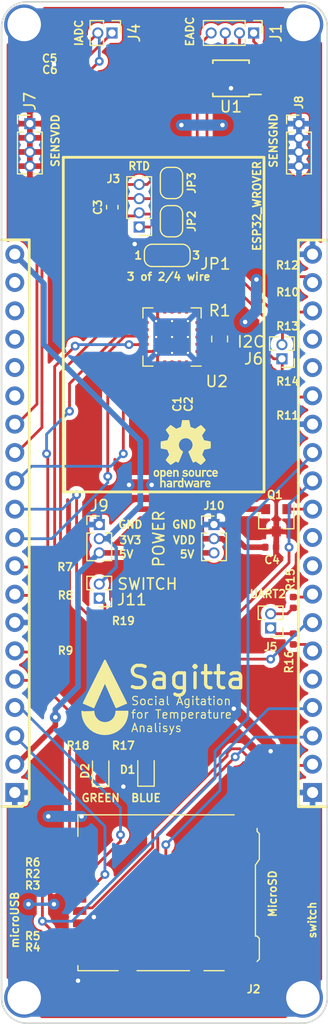
<source format=kicad_pcb>
(kicad_pcb (version 20171130) (host pcbnew "(5.0.1-3-g963ef8bb5)")
  (layers (0 F.Cu signal) (31 B.Cu signal) (34 B.Paste user) (35 F.Paste user) (36 B.SilkS user) (37 F.SilkS user) (38 B.Mask user) (39 F.Mask user) (44 Edge.Cuts user))
  (net 0 "")
  (net 1 GND)
  (net 2 +3V3)
  (net 3 "Net-(C3-Pad1)")
  (net 4 "Net-(C3-Pad2)")
  (net 5 "Net-(C5-Pad2)")
  (net 6 "Net-(C6-Pad2)")
  (net 7 "Net-(J1-Pad4)")
  (net 8 "Net-(J1-Pad3)")
  (net 9 "Net-(J1-Pad2)")
  (net 10 "Net-(J1-Pad1)")
  (net 11 UART2RX)
  (net 12 UART2TX)
  (net 13 SCL)
  (net 14 SDA)
  (net 15 +5V)
  (net 16 "Net-(JM1-Pad15)")
  (net 17 "Net-(JM1-Pad16)")
  (net 18 "Net-(JM1-Pad17)")
  (net 19 "Net-(JM1-PadRX)")
  (net 20 "Net-(JM1-PadTX)")
  (net 21 EADC_RDY)
  (net 22 "Net-(JM1-PadEN)")
  (net 23 "Net-(JM1-PadSVN)")
  (net 24 MISO)
  (net 25 RTD_DRDY)
  (net 26 "Net-(JM1-PadSVP)")
  (net 27 MOSI)
  (net 28 SCLK)
  (net 29 RTD_CS)
  (net 30 "Net-(JP1-Pad2)")
  (net 31 "Net-(R1-Pad1)")
  (net 32 "Net-(R1-Pad2)")
  (net 33 "Net-(U2-Pad17)")
  (net 34 VDD)
  (net 35 SDD1)
  (net 36 SDD2)
  (net 37 SDD3)
  (net 38 SDCMD)
  (net 39 SDCLK)
  (net 40 SDD0)
  (net 41 "Net-(J3-Pad4)")
  (net 42 "Net-(J3-Pad1)")
  (net 43 "Net-(JM1-Pad2)")
  (net 44 "Net-(JM1-Pad4)")
  (net 45 VCC_SWITCH)
  (net 46 PULLUP)
  (net 47 "Net-(JM1-Pad21)")
  (net 48 "Net-(JM1-Pad22)")
  (net 49 "Net-(JM1-Pad23)")
  (net 50 "Net-(JM1-Pad12)")
  (net 51 "Net-(JM1-Pad13)")
  (net 52 "Net-(JM1-Pad14)")
  (net 53 "Net-(JM1-Pad35)")
  (net 54 "Net-(JM1-Pad34)")
  (net 55 "Net-(D1-Pad2)")
  (net 56 "Net-(D2-Pad2)")
  (net 57 "Net-(J11-Pad1)")
  (net 58 BLUELED)
  (net 59 GREENLED)
  (net 60 SWITCH)
  (module stz:Pocket32 (layer F.Cu) (at 115.4882 62.5016)
    (fp_text reference JM1 hide)
    (fp_text value Conn_Pocket32 hide)
    (fp_text user ESP32_WROVER (at 20.447 16.002 90) (layer F.SilkS) (effects (font (size 0.7 0.7))))
    (fp_text user switch (at 25.4 80.01 90) (layer F.SilkS) (effects (font (size 0.7 0.7))))
    (fp_text user microUSB (at -1.27 80.01 90) (layer F.SilkS) (effects (font (size 0.7 0.7))))
    (pad NC thru_hole rect (at 25.42987 68.58 180) (size 1.7 1.7) (drill 1) (layers *.Cu *.Mask) (net 1 GND))
    (pad CLK thru_hole oval (at 25.42987 66.046492 180) (size 1.7 1.7) (drill 1) (layers *.Cu *.Mask) (net 39 SDCLK))
    (pad SD0 thru_hole oval (at 25.42987 63.506492 180) (size 1.7 1.7) (drill 1) (layers *.Cu *.Mask) (net 40 SDD0))
    (pad SD1 thru_hole oval (at 25.42987 60.96 180) (size 1.7 1.7) (drill 1) (layers *.Cu *.Mask) (net 35 SDD1))
    (pad 15 thru_hole oval (at 25.42987 58.42 180) (size 1.7 1.7) (drill 1) (layers *.Cu *.Mask) (net 16 "Net-(JM1-Pad15)"))
    (pad 2 thru_hole oval (at 25.42987 55.886492 180) (size 1.7 1.7) (drill 1) (layers *.Cu *.Mask) (net 43 "Net-(JM1-Pad2)"))
    (pad 0 thru_hole oval (at 25.42987 53.346492 180) (size 1.7 1.7) (drill 1) (layers *.Cu *.Mask) (net 58 BLUELED))
    (pad 4 thru_hole oval (at 25.42987 50.8 180) (size 1.7 1.7) (drill 1) (layers *.Cu *.Mask) (net 44 "Net-(JM1-Pad4)"))
    (pad 16 thru_hole oval (at 25.42987 48.26 180) (size 1.7 1.7) (drill 1) (layers *.Cu *.Mask) (net 17 "Net-(JM1-Pad16)"))
    (pad 17 thru_hole oval (at 25.42987 45.72 180) (size 1.7 1.7) (drill 1) (layers *.Cu *.Mask) (net 18 "Net-(JM1-Pad17)"))
    (pad 5 thru_hole oval (at 25.42987 43.18 180) (size 1.7 1.7) (drill 1) (layers *.Cu *.Mask) (net 45 VCC_SWITCH))
    (pad 18 thru_hole oval (at 25.42987 40.64 180) (size 1.7 1.7) (drill 1) (layers *.Cu *.Mask) (net 59 GREENLED))
    (pad 19 thru_hole oval (at 25.42987 38.1 180) (size 1.7 1.7) (drill 1) (layers *.Cu *.Mask) (net 46 PULLUP))
    (pad GND thru_hole oval (at 25.42987 35.56 180) (size 1.7 1.7) (drill 1) (layers *.Cu *.Mask) (net 1 GND))
    (pad 21 thru_hole oval (at 25.42987 33.02 180) (size 1.7 1.7) (drill 1) (layers *.Cu *.Mask) (net 47 "Net-(JM1-Pad21)"))
    (pad RX thru_hole oval (at 25.42987 30.486492 180) (size 1.7 1.7) (drill 1) (layers *.Cu *.Mask) (net 19 "Net-(JM1-PadRX)"))
    (pad TX thru_hole oval (at 25.42987 27.94 180) (size 1.7 1.7) (drill 1) (layers *.Cu *.Mask) (net 20 "Net-(JM1-PadTX)"))
    (pad 22 thru_hole oval (at 25.42987 25.4 180) (size 1.7 1.7) (drill 1) (layers *.Cu *.Mask) (net 48 "Net-(JM1-Pad22)"))
    (pad 23 thru_hole oval (at 25.42987 22.866492 180) (size 1.7 1.7) (drill 1) (layers *.Cu *.Mask) (net 49 "Net-(JM1-Pad23)"))
    (pad GND thru_hole oval (at 25.42987 20.326492 180) (size 1.7 1.7) (drill 1) (layers *.Cu *.Mask) (net 1 GND))
    (pad SD3 thru_hole oval (at -1.27 60.96 180) (size 1.7 1.7) (drill 1) (layers *.Cu *.Mask) (net 37 SDD3))
    (pad CMD thru_hole oval (at -1.27 63.5 180) (size 1.7 1.7) (drill 1) (layers *.Cu *.Mask) (net 38 SDCMD))
    (pad NC thru_hole rect (at -1.27 68.58 180) (size 1.7 1.7) (drill 1) (layers *.Cu *.Mask) (net 1 GND))
    (pad 35 thru_hole oval (at -1.27 33.02 180) (size 1.7 1.7) (drill 1) (layers *.Cu *.Mask) (net 53 "Net-(JM1-Pad35)"))
    (pad EN thru_hole oval (at -1.27 22.86 180) (size 1.7 1.7) (drill 1) (layers *.Cu *.Mask) (net 22 "Net-(JM1-PadEN)"))
    (pad 32 thru_hole oval (at -1.27 35.56 180) (size 1.7 1.7) (drill 1) (layers *.Cu *.Mask) (net 6 "Net-(C6-Pad2)"))
    (pad SVN thru_hole oval (at -1.27 27.94 180) (size 1.7 1.7) (drill 1) (layers *.Cu *.Mask) (net 23 "Net-(JM1-PadSVN)"))
    (pad 12 thru_hole oval (at -1.27 50.8 180) (size 1.7 1.7) (drill 1) (layers *.Cu *.Mask) (net 50 "Net-(JM1-Pad12)"))
    (pad SD2 thru_hole oval (at -1.27 58.42 180) (size 1.7 1.7) (drill 1) (layers *.Cu *.Mask) (net 36 SDD2))
    (pad 5V thru_hole oval (at -1.27 66.04 180) (size 1.7 1.7) (drill 1) (layers *.Cu *.Mask) (net 15 +5V))
    (pad 25 thru_hole oval (at -1.27 40.64 180) (size 1.7 1.7) (drill 1) (layers *.Cu *.Mask) (net 25 RTD_DRDY))
    (pad SVP thru_hole oval (at -1.27 25.4 180) (size 1.7 1.7) (drill 1) (layers *.Cu *.Mask) (net 26 "Net-(JM1-PadSVP)"))
    (pad 13 thru_hole oval (at -1.27 55.88 180) (size 1.7 1.7) (drill 1) (layers *.Cu *.Mask) (net 51 "Net-(JM1-Pad13)"))
    (pad 14 thru_hole oval (at -1.27 48.26 180) (size 1.7 1.7) (drill 1) (layers *.Cu *.Mask) (net 52 "Net-(JM1-Pad14)"))
    (pad 34 thru_hole oval (at -1.27 30.48 180) (size 1.7 1.7) (drill 1) (layers *.Cu *.Mask) (net 54 "Net-(JM1-Pad34)"))
    (pad 26 thru_hole oval (at -1.27 43.18 180) (size 1.7 1.7) (drill 1) (layers *.Cu *.Mask) (net 60 SWITCH))
    (pad GND thru_hole oval (at -1.27 53.34 180) (size 1.7 1.7) (drill 1) (layers *.Cu *.Mask) (net 1 GND))
    (pad VCC thru_hole oval (at -1.27 20.32 180) (size 1.7 1.7) (drill 1) (layers *.Cu *.Mask) (net 2 +3V3))
    (pad 27 thru_hole oval (at -1.27 45.72 180) (size 1.7 1.7) (drill 1) (layers *.Cu *.Mask) (net 29 RTD_CS))
    (pad 33 thru_hole oval (at -1.27 38.1 180) (size 1.7 1.7) (drill 1) (layers *.Cu *.Mask) (net 5 "Net-(C5-Pad2)"))
  )
  (module Symbol:OSHW-Logo_5.7x6mm_SilkScreen (layer F.Cu) (at 129.54 100.711)
    (fp_text reference openhardwarelogo1 hide)
    (fp_text value Logo_Open_Hardware_Large hide)
  )
  (module Connector_PinHeader_1.27mm:PinHeader_1x04_P1.27mm_Vertical (layer F.Cu) (at 135.636 62.992 270)
    (fp_text reference J1 (at 0 -2 270) (layer F.SilkS))
    (fp_text value EADC (at -0.127 5.715 90) (layer F.SilkS) (effects (font (size 0.7 0.7))))
    (pad 1 thru_hole rect (at 0 0 270) (size 1 1) (drill 0.65) (layers *.Cu *.Mask) (net 10 "Net-(J1-Pad1)"))
    (pad 2 thru_hole oval (at 0 1.27 270) (size 1 1) (drill 0.65) (layers *.Cu *.Mask) (net 9 "Net-(J1-Pad2)"))
    (pad 3 thru_hole oval (at 0 2.54 270) (size 1 1) (drill 0.65) (layers *.Cu *.Mask) (net 8 "Net-(J1-Pad3)"))
    (pad 4 thru_hole oval (at 0 3.81 270) (size 1 1) (drill 0.65) (layers *.Cu *.Mask) (net 7 "Net-(J1-Pad4)"))
  )
  (module Connector_Card:microSD_HC_Hirose_DM3AT-SF-PEJM5 (layer F.Cu) (at 127.762 140.081 90)
    (fp_text reference J2 (at -8.636 7.874 180) (layer F.SilkS) (effects (font (size 0.7 0.7))))
    (fp_text value MicroSD (at -0.075 9.575 90) (layer F.SilkS) (effects (font (size 0.7 0.7))))
    (pad 9 smd rect (at -5.875 -7.725 90) (size 0.7 1.2) (layers F.Cu F.Paste F.Mask) (net 1 GND))
    (pad 8 smd rect (at -4.925 -7.725 90) (size 0.7 1.2) (layers F.Cu F.Paste F.Mask) (net 35 SDD1))
    (pad 1 smd rect (at 2.775 -7.725 90) (size 0.7 1.2) (layers F.Cu F.Paste F.Mask) (net 36 SDD2))
    (pad 2 smd rect (at 1.675 -7.725 90) (size 0.7 1.2) (layers F.Cu F.Paste F.Mask) (net 37 SDD3))
    (pad 3 smd rect (at 0.575 -7.725 90) (size 0.7 1.2) (layers F.Cu F.Paste F.Mask) (net 38 SDCMD))
    (pad 4 smd rect (at -0.525 -7.725 90) (size 0.7 1.2) (layers F.Cu F.Paste F.Mask) (net 34 VDD))
    (pad 5 smd rect (at -1.625 -7.725 90) (size 0.7 1.2) (layers F.Cu F.Paste F.Mask) (net 39 SDCLK))
    (pad 6 smd rect (at -2.725 -7.725 90) (size 0.7 1.2) (layers F.Cu F.Paste F.Mask) (net 1 GND))
    (pad 7 smd rect (at -3.825 -7.725 90) (size 0.7 1.2) (layers F.Cu F.Paste F.Mask) (net 40 SDD0))
    (pad 11 smd rect (at 4.325 -7.725 90) (size 1 1.2) (layers F.Cu F.Paste F.Mask))
    (pad 11 smd rect (at -6.825 -3.425 90) (size 1 1.2) (layers F.Cu F.Paste F.Mask))
    (pad 10 smd rect (at -6.825 2.775 90) (size 1 0.8) (layers F.Cu F.Paste F.Mask))
    (pad 11 smd rect (at -6.825 6.925 90) (size 1 2.8) (layers F.Cu F.Paste F.Mask))
    (pad 11 smd rect (at 6.675 7.375 90) (size 1.3 1.9) (layers F.Cu F.Paste F.Mask))
  )
  (module Connector_PinHeader_1.27mm:PinHeader_1x04_P1.27mm_Vertical (layer F.Cu) (at 125.373203 80.385105 180)
    (fp_text reference J3 (at 2.310203 4.312105) (layer F.SilkS) (effects (font (size 0.7 0.7))))
    (fp_text value RTD (at 0 5.455105 180) (layer F.SilkS) (effects (font (size 0.7 0.7))))
    (pad 4 thru_hole oval (at 0 3.81 180) (size 1 1) (drill 0.65) (layers *.Cu *.Mask) (net 41 "Net-(J3-Pad4)"))
    (pad 3 thru_hole oval (at 0 2.54 180) (size 1 1) (drill 0.65) (layers *.Cu *.Mask) (net 4 "Net-(C3-Pad2)"))
    (pad 2 thru_hole oval (at 0 1.27 180) (size 1 1) (drill 0.65) (layers *.Cu *.Mask) (net 3 "Net-(C3-Pad1)"))
    (pad 1 thru_hole rect (at 0 0 180) (size 1 1) (drill 0.65) (layers *.Cu *.Mask) (net 42 "Net-(J3-Pad1)"))
  )
  (module Connector_PinHeader_1.27mm:PinHeader_1x02_P1.27mm_Vertical (layer F.Cu) (at 137.16 116.332 180)
    (fp_text reference J5 (at 0 -1.695 180) (layer F.SilkS) (effects (font (size 0.7 0.7))))
    (fp_text value UART2 (at 0.254 3.048) (layer F.SilkS) (effects (font (size 0.7 0.7))))
    (pad 2 thru_hole oval (at 0 1.27 180) (size 1 1) (drill 0.65) (layers *.Cu *.Mask) (net 12 UART2TX))
    (pad 1 thru_hole rect (at 0 0 180) (size 1 1) (drill 0.65) (layers *.Cu *.Mask) (net 11 UART2RX))
  )
  (module Connector_PinHeader_1.27mm:PinHeader_1x04_P1.27mm_Vertical (layer F.Cu) (at 115.57 71.12)
    (fp_text reference J7 (at 0 -2 90) (layer F.SilkS))
    (fp_text value SENSVDD (at 2.286 1.524 90) (layer F.SilkS) (effects (font (size 0.7 0.7))))
    (pad 1 thru_hole rect (at 0 0) (size 1 1) (drill 0.65) (layers *.Cu *.Mask) (net 34 VDD))
    (pad 2 thru_hole oval (at 0 1.27) (size 1 1) (drill 0.65) (layers *.Cu *.Mask) (net 34 VDD))
    (pad 3 thru_hole oval (at 0 2.54) (size 1 1) (drill 0.65) (layers *.Cu *.Mask) (net 34 VDD))
    (pad 4 thru_hole oval (at 0 3.81) (size 1 1) (drill 0.65) (layers *.Cu *.Mask) (net 34 VDD))
  )
  (module Jumper:SolderJumper-3_P1.3mm_Bridged12_RoundedPad1.0x1.5mm_NumberLabels (layer F.Cu) (at 127.889 82.931)
    (fp_text reference JP1 (at 4.318 0.762) (layer F.SilkS))
    (fp_text value "3 of 2/4 wire" (at 0.127 1.905 180) (layer F.SilkS) (effects (font (size 0.7 0.7))))
    (fp_text user 3 (at 2.6 0) (layer F.SilkS) (effects (font (size 0.7 0.7))))
    (fp_text user 1 (at -2.6 0) (layer F.SilkS) (effects (font (size 0.7 0.7))))
    (pad 1 smd custom (at -1.3 0) (size 1 0.5) (layers F.Cu F.Mask) (net 1 GND) (options (clearance outline) (anchor rect)) (primitives (gr_circle (center 0 0.25) (end 0.5 0.25) (width 0)) (gr_circle (center 0 -0.25) (end 0.5 -0.25) (width 0)) (gr_poly (pts (xy 0.55 -0.75) (xy 0 -0.75) (xy 0 0.75) (xy 0.55 0.75)) (width 0)) (gr_poly (pts (xy 0.4 -0.3) (xy 0.9 -0.3) (xy 0.9 0.3) (xy 0.4 0.3)) (width 0))))
    (pad 3 smd custom (at 1.3 0) (size 1 0.5) (layers F.Cu F.Mask) (net 42 "Net-(J3-Pad1)") (options (clearance outline) (anchor rect)) (primitives (gr_circle (center 0 0.25) (end 0.5 0.25) (width 0)) (gr_circle (center 0 -0.25) (end 0.5 -0.25) (width 0)) (gr_poly (pts (xy -0.55 -0.75) (xy 0 -0.75) (xy 0 0.75) (xy -0.55 0.75)) (width 0))))
    (pad 2 smd rect (at 0 0) (size 1 1.5) (layers F.Cu F.Mask) (net 30 "Net-(JP1-Pad2)"))
  )
  (module Jumper:SolderJumper-2_P1.3mm_Open_RoundedPad1.0x1.5mm (layer F.Cu) (at 128.27 79.868 270)
    (fp_text reference JP2 (at 0 -1.8 270) (layer F.SilkS) (effects (font (size 0.7 0.7))))
    (fp_text value " ")
    (pad 1 smd custom (at -0.65 0 270) (size 1 0.5) (layers F.Cu F.Mask) (net 3 "Net-(C3-Pad1)") (options (clearance outline) (anchor rect)) (primitives (gr_circle (center 0 0.25) (end 0.5 0.25) (width 0)) (gr_circle (center 0 -0.25) (end 0.5 -0.25) (width 0)) (gr_poly (pts (xy 0 -0.75) (xy 0.5 -0.75) (xy 0.5 0.75) (xy 0 0.75)) (width 0))))
    (pad 2 smd custom (at 0.65 0 270) (size 1 0.5) (layers F.Cu F.Mask) (net 42 "Net-(J3-Pad1)") (options (clearance outline) (anchor rect)) (primitives (gr_circle (center 0 0.25) (end 0.5 0.25) (width 0)) (gr_circle (center 0 -0.25) (end 0.5 -0.25) (width 0)) (gr_poly (pts (xy 0 -0.75) (xy -0.5 -0.75) (xy -0.5 0.75) (xy 0 0.75)) (width 0))))
  )
  (module Resistor_SMD:R_0805_2012Metric_Pad1.15x1.40mm_HandSolder (layer F.Cu) (at 132.588 90.424 90)
    (fp_text reference R1 (at 2.54 0 180) (layer F.SilkS))
    (fp_text value "430 0.1%" hide)
    (pad 1 smd roundrect (at -1.025 0 90) (size 1.15 1.4) (layers F.Cu F.Paste F.Mask) (roundrect_rratio 0.217391) (net 31 "Net-(R1-Pad1)"))
    (pad 2 smd roundrect (at 1.025 0 90) (size 1.15 1.4) (layers F.Cu F.Paste F.Mask) (roundrect_rratio 0.217391) (net 32 "Net-(R1-Pad2)"))
  )
  (module Package_SO:TSSOP-10_3x3mm_P0.5mm (layer F.Cu) (at 133.604 67.056 180)
    (fp_text reference U1 (at 0 -2.55 180) (layer F.SilkS))
    (fp_text value ADS1115IDGS hide)
    (pad 1 smd rect (at -2.15 -1 180) (size 1.1 0.25) (layers F.Cu F.Paste F.Mask) (net 1 GND))
    (pad 2 smd rect (at -2.15 -0.5 180) (size 1.1 0.25) (layers F.Cu F.Paste F.Mask) (net 21 EADC_RDY))
    (pad 3 smd rect (at -2.15 0 180) (size 1.1 0.25) (layers F.Cu F.Paste F.Mask) (net 1 GND))
    (pad 4 smd rect (at -2.15 0.5 180) (size 1.1 0.25) (layers F.Cu F.Paste F.Mask) (net 10 "Net-(J1-Pad1)"))
    (pad 5 smd rect (at -2.15 1 180) (size 1.1 0.25) (layers F.Cu F.Paste F.Mask) (net 9 "Net-(J1-Pad2)"))
    (pad 6 smd rect (at 2.15 1 180) (size 1.1 0.25) (layers F.Cu F.Paste F.Mask) (net 8 "Net-(J1-Pad3)"))
    (pad 7 smd rect (at 2.15 0.5 180) (size 1.1 0.25) (layers F.Cu F.Paste F.Mask) (net 7 "Net-(J1-Pad4)"))
    (pad 8 smd rect (at 2.15 0 180) (size 1.1 0.25) (layers F.Cu F.Paste F.Mask) (net 34 VDD))
    (pad 9 smd rect (at 2.15 -0.5 180) (size 1.1 0.25) (layers F.Cu F.Paste F.Mask) (net 14 SDA))
    (pad 10 smd rect (at 2.15 -1 180) (size 1.1 0.25) (layers F.Cu F.Paste F.Mask) (net 13 SCL))
  )
  (module Package_DFN_QFN:QFN-20-1EP_5x5mm_P0.65mm_EP3.35x3.35mm_ThermalVias (layer F.Cu) (at 128.319999 90.246999 180)
    (fp_text reference U2 (at -4.014001 -3.987001 180) (layer F.SilkS))
    (fp_text value MAX31865 hide)
    (pad 21 smd roundrect (at 0 0 180) (size 3.35 3.35) (layers F.Cu F.Mask) (roundrect_rratio 0.074627) (net 1 GND))
    (pad 21 thru_hole circle (at -1.425 -1.425 180) (size 0.5 0.5) (drill 0.2) (layers *.Cu) (net 1 GND))
    (pad 21 thru_hole circle (at 0 -1.425 180) (size 0.5 0.5) (drill 0.2) (layers *.Cu) (net 1 GND))
    (pad 21 thru_hole circle (at 1.425 -1.425 180) (size 0.5 0.5) (drill 0.2) (layers *.Cu) (net 1 GND))
    (pad 21 thru_hole circle (at -1.425 0 180) (size 0.5 0.5) (drill 0.2) (layers *.Cu) (net 1 GND))
    (pad 21 thru_hole circle (at 0 0 180) (size 0.5 0.5) (drill 0.2) (layers *.Cu) (net 1 GND))
    (pad 21 thru_hole circle (at 1.425 0 180) (size 0.5 0.5) (drill 0.2) (layers *.Cu) (net 1 GND))
    (pad 21 thru_hole circle (at -1.425 1.425 180) (size 0.5 0.5) (drill 0.2) (layers *.Cu) (net 1 GND))
    (pad 21 thru_hole circle (at 0 1.425 180) (size 0.5 0.5) (drill 0.2) (layers *.Cu) (net 1 GND))
    (pad 21 thru_hole circle (at 1.425 1.425 180) (size 0.5 0.5) (drill 0.2) (layers *.Cu) (net 1 GND))
    (pad 21 smd roundrect (at 0 0 180) (size 3.35 3.35) (layers B.Cu) (roundrect_rratio 0.074627) (net 1 GND))
    (pad 1 smd roundrect (at -2.475 -1.3 180) (size 0.75 0.3) (layers F.Cu F.Paste F.Mask) (net 31 "Net-(R1-Pad1)"))
    (pad 2 smd roundrect (at -2.475 -0.65 180) (size 0.75 0.3) (layers F.Cu F.Paste F.Mask) (net 31 "Net-(R1-Pad1)"))
    (pad 3 smd roundrect (at -2.475 0 180) (size 0.75 0.3) (layers F.Cu F.Paste F.Mask) (net 32 "Net-(R1-Pad2)"))
    (pad 4 smd roundrect (at -2.475 0.65 180) (size 0.75 0.3) (layers F.Cu F.Paste F.Mask) (net 32 "Net-(R1-Pad2)"))
    (pad 5 smd roundrect (at -2.475 1.3 180) (size 0.75 0.3) (layers F.Cu F.Paste F.Mask) (net 42 "Net-(J3-Pad1)"))
    (pad 6 smd roundrect (at -1.3 2.475 180) (size 0.3 0.75) (layers F.Cu F.Paste F.Mask) (net 30 "Net-(JP1-Pad2)"))
    (pad 7 smd roundrect (at -0.65 2.475 180) (size 0.3 0.75) (layers F.Cu F.Paste F.Mask) (net 3 "Net-(C3-Pad1)"))
    (pad 8 smd roundrect (at 0 2.475 180) (size 0.3 0.75) (layers F.Cu F.Paste F.Mask) (net 4 "Net-(C3-Pad2)"))
    (pad 9 smd roundrect (at 0.65 2.475 180) (size 0.3 0.75) (layers F.Cu F.Paste F.Mask) (net 41 "Net-(J3-Pad4)"))
    (pad 10 smd roundrect (at 1.3 2.475 180) (size 0.3 0.75) (layers F.Cu F.Paste F.Mask) (net 1 GND))
    (pad 11 smd roundrect (at 2.475 1.3 180) (size 0.75 0.3) (layers F.Cu F.Paste F.Mask) (net 27 MOSI))
    (pad 12 smd roundrect (at 2.475 0.65 180) (size 0.75 0.3) (layers F.Cu F.Paste F.Mask) (net 28 SCLK))
    (pad 13 smd roundrect (at 2.475 0 180) (size 0.75 0.3) (layers F.Cu F.Paste F.Mask) (net 29 RTD_CS))
    (pad 14 smd roundrect (at 2.475 -0.65 180) (size 0.75 0.3) (layers F.Cu F.Paste F.Mask) (net 24 MISO))
    (pad 15 smd roundrect (at 2.475 -1.3 180) (size 0.75 0.3) (layers F.Cu F.Paste F.Mask) (net 1 GND))
    (pad 16 smd roundrect (at 1.3 -2.475 180) (size 0.3 0.75) (layers F.Cu F.Paste F.Mask) (net 1 GND))
    (pad 17 smd roundrect (at 0.65 -2.475 180) (size 0.3 0.75) (layers F.Cu F.Paste F.Mask) (net 33 "Net-(U2-Pad17)"))
    (pad 18 smd roundrect (at 0 -2.475 180) (size 0.3 0.75) (layers F.Cu F.Paste F.Mask) (net 25 RTD_DRDY))
    (pad 19 smd roundrect (at -0.65 -2.475 180) (size 0.3 0.75) (layers F.Cu F.Paste F.Mask) (net 34 VDD))
    (pad 20 smd roundrect (at -1.3 -2.475 180) (size 0.3 0.75) (layers F.Cu F.Paste F.Mask) (net 34 VDD))
  )
  (module Connector_PinHeader_1.27mm:PinHeader_1x02_P1.27mm_Vertical (layer F.Cu) (at 122.936 62.992 270)
    (fp_text reference J4 (at 0 -2 270) (layer F.SilkS))
    (fp_text value IADC (at 0 2.965 270) (layer F.SilkS) (effects (font (size 0.7 0.7))))
    (pad 2 thru_hole oval (at 0 1.27 270) (size 1 1) (drill 0.65) (layers *.Cu *.Mask) (net 5 "Net-(C5-Pad2)"))
    (pad 1 thru_hole rect (at 0 0 270) (size 1 1) (drill 0.65) (layers *.Cu *.Mask) (net 6 "Net-(C6-Pad2)"))
  )
  (module Connector_PinHeader_1.27mm:PinHeader_1x02_P1.27mm_Vertical (layer F.Cu) (at 138.176 92.202 180)
    (fp_text reference J6 (at 2.54 0 180) (layer F.SilkS))
    (fp_text value I2C (at 2.794 1.524 180) (layer F.SilkS))
    (pad 1 thru_hole rect (at 0 0 180) (size 1 1) (drill 0.65) (layers *.Cu *.Mask) (net 14 SDA))
    (pad 2 thru_hole oval (at 0 1.27 180) (size 1 1) (drill 0.65) (layers *.Cu *.Mask) (net 13 SCL))
  )
  (module Connector_PinHeader_1.27mm:PinHeader_1x04_P1.27mm_Vertical (layer F.Cu) (at 139.7 71.12)
    (fp_text reference J8 (at 0 -1.905 90) (layer F.SilkS) (effects (font (size 0.7 0.7))))
    (fp_text value SENSGND (at -2.286 1.524 90) (layer F.SilkS) (effects (font (size 0.7 0.7))))
    (pad 1 thru_hole rect (at 0 0) (size 1 1) (drill 0.65) (layers *.Cu *.Mask) (net 1 GND))
    (pad 2 thru_hole oval (at 0 1.27) (size 1 1) (drill 0.65) (layers *.Cu *.Mask) (net 1 GND))
    (pad 3 thru_hole oval (at 0 2.54) (size 1 1) (drill 0.65) (layers *.Cu *.Mask) (net 1 GND))
    (pad 4 thru_hole oval (at 0 3.81) (size 1 1) (drill 0.65) (layers *.Cu *.Mask) (net 1 GND))
  )
  (module Connector_PinHeader_1.27mm:PinHeader_1x03_P1.27mm_Vertical (layer F.Cu) (at 121.793 107.061)
    (fp_text reference J9 (at 0 -1.695) (layer F.SilkS))
    (fp_text value POWER (at 5.334 1.27 90) (layer F.SilkS))
    (pad 1 thru_hole rect (at 0 0) (size 1 1) (drill 0.65) (layers *.Cu *.Mask) (net 1 GND))
    (pad 2 thru_hole oval (at 0 1.27) (size 1 1) (drill 0.65) (layers *.Cu *.Mask) (net 2 +3V3))
    (pad 3 thru_hole oval (at 0 2.54) (size 1 1) (drill 0.65) (layers *.Cu *.Mask) (net 15 +5V))
  )
  (module Connector_PinHeader_1.27mm:PinHeader_1x03_P1.27mm_Vertical (layer F.Cu) (at 132.08 107.061)
    (fp_text reference J10 (at 0 -1.695) (layer F.SilkS) (effects (font (size 0.7 0.7))))
    (fp_text value POWER hide)
    (pad 3 thru_hole oval (at 0 2.54) (size 1 1) (drill 0.65) (layers *.Cu *.Mask) (net 15 +5V))
    (pad 2 thru_hole oval (at 0 1.27) (size 1 1) (drill 0.65) (layers *.Cu *.Mask) (net 34 VDD))
    (pad 1 thru_hole rect (at 0 0) (size 1 1) (drill 0.65) (layers *.Cu *.Mask) (net 1 GND))
  )
  (module Jumper:SolderJumper-2_P1.3mm_Open_RoundedPad1.0x1.5mm (layer F.Cu) (at 128.27 76.439 270)
    (fp_text reference JP3 (at 0 -1.8 270) (layer F.SilkS) (effects (font (size 0.7 0.7))))
    (fp_text value " ")
    (pad 1 smd custom (at -0.65 0 270) (size 1 0.5) (layers F.Cu F.Mask) (net 41 "Net-(J3-Pad4)") (options (clearance outline) (anchor rect)) (primitives (gr_circle (center 0 0.25) (end 0.5 0.25) (width 0)) (gr_circle (center 0 -0.25) (end 0.5 -0.25) (width 0)) (gr_poly (pts (xy 0 -0.75) (xy 0.5 -0.75) (xy 0.5 0.75) (xy 0 0.75)) (width 0))))
    (pad 2 smd custom (at 0.65 0 270) (size 1 0.5) (layers F.Cu F.Mask) (net 4 "Net-(C3-Pad2)") (options (clearance outline) (anchor rect)) (primitives (gr_circle (center 0 0.25) (end 0.5 0.25) (width 0)) (gr_circle (center 0 -0.25) (end 0.5 -0.25) (width 0)) (gr_poly (pts (xy 0 -0.75) (xy -0.5 -0.75) (xy -0.5 0.75) (xy 0 0.75)) (width 0))))
  )
  (module Package_TO_SOT_SMD:SOT-23 (layer F.Cu) (at 137.668 106.68 270)
    (fp_text reference Q1 (at -2.286 0.127) (layer F.SilkS) (effects (font (size 0.7 0.7))))
    (fp_text value BSS84 hide)
    (pad 1 smd rect (at -1 -0.95 270) (size 0.9 0.8) (layers F.Cu F.Paste F.Mask) (net 45 VCC_SWITCH))
    (pad 2 smd rect (at -1 0.95 270) (size 0.9 0.8) (layers F.Cu F.Paste F.Mask) (net 2 +3V3))
    (pad 3 smd rect (at 1 0 270) (size 0.9 0.8) (layers F.Cu F.Paste F.Mask) (net 34 VDD))
  )
  (module Capacitor_SMD:C_0402_1005Metric (layer F.Cu) (at 128.778 94.488 90)
    (fp_text reference C1 (at -1.778 0 90) (layer F.SilkS) (effects (font (size 0.7 0.7))))
    (fp_text value 0.1uF hide)
    (pad 1 smd roundrect (at -0.485 0 90) (size 0.59 0.64) (layers F.Cu F.Paste F.Mask) (net 1 GND))
    (pad 2 smd roundrect (at 0.485 0 90) (size 0.59 0.64) (layers F.Cu F.Paste F.Mask) (net 34 VDD))
  )
  (module Capacitor_SMD:C_0402_1005Metric (layer F.Cu) (at 129.794 94.488 90)
    (fp_text reference C2 (at -1.778 0 90) (layer F.SilkS) (effects (font (size 0.7 0.7))))
    (fp_text value 0.1uF hide)
    (pad 2 smd roundrect (at 0.485 0 90) (size 0.59 0.64) (layers F.Cu F.Paste F.Mask) (net 34 VDD))
    (pad 1 smd roundrect (at -0.485 0 90) (size 0.59 0.64) (layers F.Cu F.Paste F.Mask) (net 1 GND))
  )
  (module Capacitor_SMD:C_0603_1608Metric (layer F.Cu) (at 122.960203 78.607105 90)
    (fp_text reference C3 (at -0.005895 -1.294203 90) (layer F.SilkS) (effects (font (size 0.7 0.7))))
    (fp_text value "0.1uF 0.1%" hide)
    (pad 1 smd roundrect (at -0.7875 0 90) (size 0.875 0.95) (layers F.Cu F.Paste F.Mask) (net 3 "Net-(C3-Pad1)"))
    (pad 2 smd roundrect (at 0.7875 0 90) (size 0.875 0.95) (layers F.Cu F.Paste F.Mask) (net 4 "Net-(C3-Pad2)"))
  )
  (module Capacitor_SMD:C_0402_1005Metric (layer F.Cu) (at 119.149 65.278)
    (fp_text reference C5 (at -1.801 0) (layer F.SilkS) (effects (font (size 0.7 0.7))))
    (fp_text value 0.1uF hide)
    (pad 1 smd roundrect (at -0.485 0) (size 0.59 0.64) (layers F.Cu F.Paste F.Mask) (net 1 GND))
    (pad 2 smd roundrect (at 0.485 0) (size 0.59 0.64) (layers F.Cu F.Paste F.Mask) (net 5 "Net-(C5-Pad2)"))
  )
  (module Capacitor_SMD:C_0402_1005Metric (layer F.Cu) (at 119.149 66.294)
    (fp_text reference C6 (at -1.778 0) (layer F.SilkS) (effects (font (size 0.7 0.7))))
    (fp_text value 0.1uF hide)
    (pad 2 smd roundrect (at 0.485 0) (size 0.59 0.64) (layers F.Cu F.Paste F.Mask) (net 6 "Net-(C6-Pad2)"))
    (pad 1 smd roundrect (at -0.485 0) (size 0.59 0.64) (layers F.Cu F.Paste F.Mask) (net 1 GND))
  )
  (module Resistor_SMD:R_0402_1005Metric (layer F.Cu) (at 116.69 110.871 180)
    (fp_text reference R7 (at -2.032 0) (layer F.SilkS) (effects (font (size 0.7 0.7))))
    (fp_text value 2k hide)
    (pad 1 smd roundrect (at -0.485 0 180) (size 0.59 0.64) (layers F.Cu F.Paste F.Mask) (net 28 SCLK))
    (pad 2 smd roundrect (at 0.485 0 180) (size 0.59 0.64) (layers F.Cu F.Paste F.Mask) (net 52 "Net-(JM1-Pad14)"))
  )
  (module Resistor_SMD:R_0402_1005Metric (layer F.Cu) (at 116.736 113.411 180)
    (fp_text reference R8 (at -2.032 0 180) (layer F.SilkS) (effects (font (size 0.7 0.7))))
    (fp_text value 2k hide)
    (pad 1 smd roundrect (at -0.485 0 180) (size 0.59 0.64) (layers F.Cu F.Paste F.Mask) (net 24 MISO))
    (pad 2 smd roundrect (at 0.485 0 180) (size 0.59 0.64) (layers F.Cu F.Paste F.Mask) (net 50 "Net-(JM1-Pad12)"))
  )
  (module Resistor_SMD:R_0402_1005Metric (layer F.Cu) (at 116.736 118.364 180)
    (fp_text reference R9 (at -2.032 0 180) (layer F.SilkS) (effects (font (size 0.7 0.7))))
    (fp_text value 2k hide)
    (pad 2 smd roundrect (at 0.485 0 180) (size 0.59 0.64) (layers F.Cu F.Paste F.Mask) (net 51 "Net-(JM1-Pad13)"))
    (pad 1 smd roundrect (at -0.485 0 180) (size 0.59 0.64) (layers F.Cu F.Paste F.Mask) (net 27 MOSI))
  )
  (module Resistor_SMD:R_0402_1005Metric (layer F.Cu) (at 138.684 87.249)
    (fp_text reference R10 (at 0 -1.016 180) (layer F.SilkS) (effects (font (size 0.7 0.7))))
    (fp_text value 4.7k hide)
    (pad 2 smd roundrect (at 0.485 0) (size 0.59 0.64) (layers F.Cu F.Paste F.Mask) (net 48 "Net-(JM1-Pad22)"))
    (pad 1 smd roundrect (at -0.485 0) (size 0.59 0.64) (layers F.Cu F.Paste F.Mask) (net 34 VDD))
  )
  (module Resistor_SMD:R_0402_1005Metric (layer F.Cu) (at 138.661 84.836 180)
    (fp_text reference R12 (at 0 1.016 180) (layer F.SilkS) (effects (font (size 0.7 0.7))))
    (fp_text value 100r hide)
    (pad 1 smd roundrect (at -0.485 0 180) (size 0.59 0.64) (layers F.Cu F.Paste F.Mask) (net 49 "Net-(JM1-Pad23)"))
    (pad 2 smd roundrect (at 0.485 0 180) (size 0.59 0.64) (layers F.Cu F.Paste F.Mask) (net 21 EADC_RDY))
  )
  (module Resistor_SMD:R_0402_1005Metric (layer F.Cu) (at 138.707 88.265 180)
    (fp_text reference R13 (at 0.023 -1.016) (layer F.SilkS) (effects (font (size 0.7 0.7))))
    (fp_text value 360r hide)
    (pad 2 smd roundrect (at 0.485 0 180) (size 0.59 0.64) (layers F.Cu F.Paste F.Mask) (net 13 SCL))
    (pad 1 smd roundrect (at -0.485 0 180) (size 0.59 0.64) (layers F.Cu F.Paste F.Mask) (net 48 "Net-(JM1-Pad22)"))
  )
  (module Resistor_SMD:R_0402_1005Metric (layer F.Cu) (at 138.684 95.25 180)
    (fp_text reference R14 (at 0 1.016 180) (layer F.SilkS) (effects (font (size 0.7 0.7))))
    (fp_text value 360r hide)
    (pad 1 smd roundrect (at -0.485 0 180) (size 0.59 0.64) (layers F.Cu F.Paste F.Mask) (net 47 "Net-(JM1-Pad21)"))
    (pad 2 smd roundrect (at 0.485 0 180) (size 0.59 0.64) (layers F.Cu F.Paste F.Mask) (net 14 SDA))
  )
  (module Resistor_SMD:R_0402_1005Metric (layer F.Cu) (at 139.192 117.325 90)
    (fp_text reference R16 (at -2.055 -0.381 90) (layer F.SilkS) (effects (font (size 0.7 0.7))))
    (fp_text value 1k hide)
    (pad 2 smd roundrect (at 0.485 0 90) (size 0.59 0.64) (layers F.Cu F.Paste F.Mask) (net 11 UART2RX))
    (pad 1 smd roundrect (at -0.485 0 90) (size 0.59 0.64) (layers F.Cu F.Paste F.Mask) (net 43 "Net-(JM1-Pad2)"))
  )
  (module Resistor_SMD:R_0402_1005Metric (layer F.Cu) (at 117.797924 138.362658)
    (fp_text reference R2 (at -1.973924 0.012999) (layer F.SilkS) (effects (font (size 0.7 0.7))))
    (fp_text value 10k hide)
    (pad 1 smd roundrect (at -0.485 0) (size 0.59 0.64) (layers F.Cu F.Paste F.Mask) (net 34 VDD))
    (pad 2 smd roundrect (at 0.485 0) (size 0.59 0.64) (layers F.Cu F.Paste F.Mask) (net 37 SDD3))
  )
  (module Resistor_SMD:R_0402_1005Metric (layer F.Cu) (at 117.820924 139.378658)
    (fp_text reference R3 (at -1.996924 0.038999) (layer F.SilkS) (effects (font (size 0.7 0.7))))
    (fp_text value 10k hide)
    (pad 2 smd roundrect (at 0.485 0) (size 0.59 0.64) (layers F.Cu F.Paste F.Mask) (net 38 SDCMD))
    (pad 1 smd roundrect (at -0.485 0) (size 0.59 0.64) (layers F.Cu F.Paste F.Mask) (net 34 VDD))
  )
  (module Resistor_SMD:R_0402_1005Metric (layer F.Cu) (at 117.820924 144.966658)
    (fp_text reference R4 (at -1.996924 0) (layer F.SilkS) (effects (font (size 0.7 0.7))))
    (fp_text value 10k hide)
    (pad 1 smd roundrect (at -0.485 0) (size 0.59 0.64) (layers F.Cu F.Paste F.Mask) (net 34 VDD))
    (pad 2 smd roundrect (at 0.485 0) (size 0.59 0.64) (layers F.Cu F.Paste F.Mask) (net 35 SDD1))
  )
  (module Resistor_SMD:R_0402_1005Metric (layer F.Cu) (at 117.820924 143.950658)
    (fp_text reference R5 (at -1.996924 0) (layer F.SilkS) (effects (font (size 0.7 0.7))))
    (fp_text value 10k hide)
    (pad 2 smd roundrect (at 0.485 0) (size 0.59 0.64) (layers F.Cu F.Paste F.Mask) (net 40 SDD0))
    (pad 1 smd roundrect (at -0.485 0) (size 0.59 0.64) (layers F.Cu F.Paste F.Mask) (net 46 PULLUP))
  )
  (module Resistor_SMD:R_0402_1005Metric (layer F.Cu) (at 117.797924 137.346658)
    (fp_text reference R6 (at -1.973924 0) (layer F.SilkS) (effects (font (size 0.7 0.7))))
    (fp_text value 10k hide)
    (pad 1 smd roundrect (at -0.485 0) (size 0.59 0.64) (layers F.Cu F.Paste F.Mask) (net 46 PULLUP))
    (pad 2 smd roundrect (at 0.485 0) (size 0.59 0.64) (layers F.Cu F.Paste F.Mask) (net 36 SDD2))
  )
  (module Resistor_SMD:R_0402_1005Metric (layer F.Cu) (at 139.192 114.046 270)
    (fp_text reference R15 (at -2.032 0.254 90) (layer F.SilkS) (effects (font (size 0.7 0.7))))
    (fp_text value 1k hide)
    (pad 1 smd roundrect (at -0.485 0 270) (size 0.59 0.64) (layers F.Cu F.Paste F.Mask) (net 44 "Net-(JM1-Pad4)"))
    (pad 2 smd roundrect (at 0.485 0 270) (size 0.59 0.64) (layers F.Cu F.Paste F.Mask) (net 12 UART2TX))
  )
  (module Resistor_SMD:R_0402_1005Metric (layer F.Cu) (at 138.684 96.266)
    (fp_text reference R11 (at 0 1.016) (layer F.SilkS) (effects (font (size 0.7 0.7))))
    (fp_text value 4.7k hide)
    (pad 1 smd roundrect (at -0.485 0) (size 0.59 0.64) (layers F.Cu F.Paste F.Mask) (net 34 VDD))
    (pad 2 smd roundrect (at 0.485 0) (size 0.59 0.64) (layers F.Cu F.Paste F.Mask) (net 47 "Net-(JM1-Pad21)"))
  )
  (module Capacitor_SMD:C_0402_1005Metric (layer F.Cu) (at 137.16 109.093)
    (fp_text reference C4 (at 0.127 1.143) (layer F.SilkS) (effects (font (size 0.7 0.7))))
    (fp_text value 0.1uF hide)
    (pad 1 smd roundrect (at -0.485 0) (size 0.59 0.64) (layers F.Cu F.Paste F.Mask) (net 1 GND))
    (pad 2 smd roundrect (at 0.485 0) (size 0.59 0.64) (layers F.Cu F.Paste F.Mask) (net 34 VDD))
  )
  (module LED_SMD:LED_0603_1608Metric (layer F.Cu) (at 125.984 129.032 90)
    (fp_text reference D1 (at 0 -1.651 180) (layer F.SilkS) (effects (font (size 0.7 0.7))))
    (fp_text value BLUE (at -2.54 0 180) (layer F.SilkS) (effects (font (size 0.7 0.7))))
    (pad 1 smd roundrect (at -0.7875 0 90) (size 0.875 0.95) (layers F.Cu F.Paste F.Mask) (net 1 GND))
    (pad 2 smd roundrect (at 0.7875 0 90) (size 0.875 0.95) (layers F.Cu F.Paste F.Mask) (net 55 "Net-(D1-Pad2)"))
  )
  (module LED_SMD:LED_0603_1608Metric (layer F.Cu) (at 121.92 129.0575 90)
    (fp_text reference D2 (at -0.1015 -1.397 270) (layer F.SilkS) (effects (font (size 0.7 0.7))))
    (fp_text value GREEN (at -2.5145 0 180) (layer F.SilkS) (effects (font (size 0.7 0.7))))
    (pad 2 smd roundrect (at 0.7875 0 90) (size 0.875 0.95) (layers F.Cu F.Paste F.Mask) (net 56 "Net-(D2-Pad2)"))
    (pad 1 smd roundrect (at -0.7875 0 90) (size 0.875 0.95) (layers F.Cu F.Paste F.Mask) (net 1 GND))
  )
  (module Connector_PinHeader_1.27mm:PinHeader_1x02_P1.27mm_Vertical (layer F.Cu) (at 121.793 113.665 180)
    (fp_text reference J11 (at -2.921 -0.127 180) (layer F.SilkS))
    (fp_text value SWITCH (at -4.318 1.27 180) (layer F.SilkS))
    (pad 1 thru_hole rect (at 0 0 180) (size 1 1) (drill 0.65) (layers *.Cu *.Mask) (net 57 "Net-(J11-Pad1)"))
    (pad 2 thru_hole oval (at 0 1.27 180) (size 1 1) (drill 0.65) (layers *.Cu *.Mask) (net 2 +3V3))
  )
  (module Resistor_SMD:R_0402_1005Metric (layer F.Cu) (at 125.961 126.873)
    (fp_text reference R17 (at -2.009 0 180) (layer F.SilkS) (effects (font (size 0.7 0.7))))
    (fp_text value 1k)
    (pad 1 smd roundrect (at -0.485 0) (size 0.59 0.64) (layers F.Cu F.Paste F.Mask) (net 55 "Net-(D1-Pad2)"))
    (pad 2 smd roundrect (at 0.485 0) (size 0.59 0.64) (layers F.Cu F.Paste F.Mask) (net 58 BLUELED))
  )
  (module Resistor_SMD:R_0402_1005Metric (layer F.Cu) (at 121.943 126.873)
    (fp_text reference R18 (at -2.055 0) (layer F.SilkS) (effects (font (size 0.7 0.7))))
    (fp_text value 1k)
    (pad 2 smd roundrect (at 0.485 0) (size 0.59 0.64) (layers F.Cu F.Paste F.Mask) (net 59 GREENLED))
    (pad 1 smd roundrect (at -0.485 0) (size 0.59 0.64) (layers F.Cu F.Paste F.Mask) (net 56 "Net-(D2-Pad2)"))
  )
  (module Resistor_SMD:R_0402_1005Metric (layer F.Cu) (at 121.816 115.697)
    (fp_text reference R19 (at 2.136 0) (layer F.SilkS) (effects (font (size 0.7 0.7))))
    (fp_text value 1k)
    (pad 1 smd roundrect (at -0.485 0) (size 0.59 0.64) (layers F.Cu F.Paste F.Mask) (net 60 SWITCH))
    (pad 2 smd roundrect (at 0.485 0) (size 0.59 0.64) (layers F.Cu F.Paste F.Mask) (net 57 "Net-(J11-Pad1)"))
  )
  (gr_arc (start 115.316 149.479) (end 113.03 149.479) (angle -90) (layer Edge.Cuts) (width 0.15))
  (gr_arc (start 139.954 149.479) (end 139.954 151.765) (angle -93.17983012) (layer Edge.Cuts) (width 0.15))
  (gr_arc (start 139.954 62.484) (end 142.24 62.484) (angle -90) (layer Edge.Cuts) (width 0.15))
  (gr_arc (start 115.316 62.484) (end 115.316 60.198) (angle -90) (layer Edge.Cuts) (width 0.15))
  (gr_line (start 113.03 149.479) (end 113.03 62.484) (layer Edge.Cuts) (width 0.15))
  (gr_line (start 139.954 151.765) (end 115.316 151.765) (layer Edge.Cuts) (width 0.15))
  (gr_line (start 142.24 62.484) (end 142.23648 149.352196) (layer Edge.Cuts) (width 0.15))
  (gr_line (start 115.316 60.198) (end 139.954 60.198) (layer Edge.Cuts) (width 0.15))
  (gr_text 5V (at 129.667 109.728) (layer F.SilkS) (effects (font (size 0.7 0.7))))
  (gr_text VDD (at 129.413 108.458) (layer F.SilkS) (effects (font (size 0.7 0.7))))
  (gr_text GND (at 129.413 107.061) (layer F.SilkS) (effects (font (size 0.7 0.7))))
  (gr_text GND (at 124.587 107.061) (layer F.SilkS) (effects (font (size 0.7 0.7))))
  (gr_text 3V3 (at 124.587 108.458) (layer F.SilkS) (effects (font (size 0.7 0.7))))
  (gr_text 5V (at 124.206 109.728) (layer F.SilkS) (effects (font (size 0.7 0.7))))
  (gr_line (start 122.301 119.253) (end 120.396 123.063) (layer F.SilkS) (width 0.15))
  (gr_line (start 121.285 123.444) (end 122.301 121.158) (layer F.SilkS) (width 0.15))
  (gr_line (start 122.301 121.158) (end 123.317 123.444) (layer F.SilkS) (width 0.15))
  (gr_line (start 123.317 123.444) (end 124.206 123.063) (layer F.SilkS) (width 0.15))
  (gr_line (start 124.206 123.063) (end 122.301 119.253) (layer F.SilkS) (width 0.15))
  (gr_arc (start 122.301 123.825) (end 120.269 123.825) (angle -180) (layer F.SilkS) (width 0.15))
  (gr_arc (start 122.301 123.825) (end 121.285 123.825) (angle -180) (layer F.SilkS) (width 0.15))
  (gr_line (start 123.317 123.825) (end 124.333 123.825) (layer F.SilkS) (width 0.15))
  (gr_poly (pts (xy 120.396 123.063) (xy 121.285 123.444) (xy 122.301 121.158) (xy 123.317 123.444) (xy 124.206 123.063) (xy 122.301 119.253)) (layer F.SilkS) (width 0.15))
  (gr_poly (pts (xy 120.3071 123.8758) (xy 121.2469 123.8504) (xy 121.3993 124.333) (xy 121.8057 124.7648) (xy 122.301 124.8918) (xy 122.9233 124.714) (xy 123.2154 124.2949) (xy 123.3424 123.8631) (xy 124.333 123.8504) (xy 124.1044 124.7775) (xy 123.4694 125.4887) (xy 122.7328 125.8062) (xy 121.8565 125.7935) (xy 120.9929 125.3871) (xy 120.4087 124.5616) (xy 120.2944 123.9647)) (layer F.SilkS) (width 0.15))
  (gr_text Sagitta (at 129.667 120.777) (layer F.SilkS) (effects (font (size 2 2) (thickness 0.3))))
  (gr_text "Social Agitation\nfor Temperature\nAnalisys\n" (at 124.587 124.079) (layer F.SilkS) (effects (font (size 0.75 0.75) (thickness 0.1)) (justify left)))
  (via (at 140.081 62.23) (size 3.6) (drill 3) (layers F.Cu B.Cu) (net 1))
  (via (at 115.062 62.23) (size 3.6) (drill 3) (layers F.Cu B.Cu) (net 1))
  (via (at 115.062 149.479) (size 3.6) (drill 3) (layers F.Cu B.Cu) (net 1))
  (via (at 140.0556 149.479) (size 3.6) (drill 3) (layers F.Cu B.Cu) (net 1))
  (via (at 117.729 65.786) (size 1) (drill 0.4) (layers F.Cu B.Cu) (net 1))
  (segment (start 118.156 65.786) (end 118.664 65.278) (width 0.5) (layer F.Cu) (net 1))
  (segment (start 118.156 65.786) (end 118.664 66.294) (width 0.5) (layer F.Cu) (net 1))
  (segment (start 117.729 65.786) (end 118.156 65.786) (width 0.5) (layer F.Cu) (net 1))
  (segment (start 127.019999 88.696999) (end 126.894999 88.821999) (width 0.5) (layer F.Cu) (net 1))
  (segment (start 127.019999 87.771999) (end 127.019999 88.696999) (width 0.25) (layer F.Cu) (net 1))
  (segment (start 126.769999 91.546999) (end 126.894999 91.671999) (width 0.5) (layer F.Cu) (net 1))
  (segment (start 125.844999 91.546999) (end 126.769999 91.546999) (width 0.25) (layer F.Cu) (net 1))
  (segment (start 127.019999 91.796999) (end 126.894999 91.671999) (width 0.5) (layer F.Cu) (net 1))
  (segment (start 127.019999 92.721999) (end 127.019999 91.796999) (width 0.25) (layer F.Cu) (net 1))
  (segment (start 128.778 94.973) (end 129.794 94.973) (width 0.5) (layer F.Cu) (net 1))
  (segment (start 129.994998 91.921998) (end 129.744999 91.671999) (width 0.25) (layer F.Cu) (net 1))
  (segment (start 130.43901 92.36601) (end 129.994998 91.921998) (width 0.25) (layer F.Cu) (net 1))
  (segment (start 130.43901 94.346222) (end 130.43901 92.36601) (width 0.25) (layer F.Cu) (net 1))
  (segment (start 130.1464 94.638832) (end 130.43901 94.346222) (width 0.25) (layer F.Cu) (net 1))
  (segment (start 130.128168 94.638832) (end 130.1464 94.638832) (width 0.25) (layer F.Cu) (net 1))
  (segment (start 129.794 94.973) (end 130.128168 94.638832) (width 0.25) (layer F.Cu) (net 1))
  (via (at 119.888 147.955) (size 1) (drill 0.4) (layers F.Cu B.Cu) (net 1))
  (segment (start 120.037 147.806) (end 119.888 147.955) (width 0.5) (layer F.Cu) (net 1))
  (segment (start 120.037 145.956) (end 120.037 147.806) (width 0.5) (layer F.Cu) (net 1))
  (segment (start 136.28 109.093) (end 136.675 109.093) (width 0.5) (layer F.Cu) (net 1))
  (segment (start 134.862 109.093) (end 136.28 109.093) (width 0.5) (layer F.Cu) (net 1))
  (segment (start 132.83 107.061) (end 134.862 109.093) (width 0.5) (layer F.Cu) (net 1))
  (segment (start 132.08 107.061) (end 132.83 107.061) (width 0.5) (layer F.Cu) (net 1))
  (segment (start 126.647512 88.574512) (end 126.647512 88.547512) (width 0.5) (layer B.Cu) (net 1))
  (segment (start 128.319999 90.246999) (end 126.647512 88.574512) (width 0.5) (layer B.Cu) (net 1))
  (segment (start 126.647512 88.547512) (end 125.984 87.884) (width 0.5) (layer B.Cu) (net 1))
  (segment (start 128.319999 90.246999) (end 126.647512 91.919488) (width 0.5) (layer B.Cu) (net 1))
  (segment (start 126.647512 91.919488) (end 125.857 92.71) (width 0.5) (layer B.Cu) (net 1))
  (segment (start 128.319999 90.246999) (end 129.744999 91.671999) (width 0.5) (layer B.Cu) (net 1))
  (segment (start 130.783 92.71) (end 130.81 92.71) (width 0.5) (layer B.Cu) (net 1))
  (segment (start 128.319999 90.246999) (end 130.783 92.71) (width 0.5) (layer B.Cu) (net 1))
  (segment (start 128.319999 90.246999) (end 129.744999 88.821999) (width 0.5) (layer B.Cu) (net 1))
  (segment (start 128.319999 90.246999) (end 129.992488 88.574512) (width 0.5) (layer B.Cu) (net 1))
  (segment (start 129.992488 88.574512) (end 130.81 87.757) (width 0.5) (layer B.Cu) (net 1))
  (via (at 133.604 67.945) (size 1) (drill 0.4) (layers F.Cu B.Cu) (net 1))
  (segment (start 133.715 68.056) (end 135.754 68.056) (width 0.3) (layer F.Cu) (net 1))
  (segment (start 133.604 67.945) (end 133.715 68.056) (width 0.3) (layer F.Cu) (net 1))
  (segment (start 134.493 67.056) (end 133.604 67.945) (width 0.3) (layer F.Cu) (net 1))
  (segment (start 135.754 67.056) (end 134.493 67.056) (width 0.3) (layer F.Cu) (net 1))
  (segment (start 124.968008 81.915004) (end 124.968 81.915004) (width 0.3) (layer F.Cu) (net 1))
  (segment (start 126.589 82.931) (end 125.573004 81.915004) (width 0.3) (layer F.Cu) (net 1))
  (via (at 124.968 81.915004) (size 1) (drill 0.4) (layers F.Cu B.Cu) (net 1))
  (segment (start 125.573004 81.915004) (end 124.968008 81.915004) (width 0.3) (layer F.Cu) (net 1))
  (via (at 121.30984 142.2491) (size 1) (drill 0.4) (layers F.Cu B.Cu) (net 1))
  (segment (start 120.809841 142.749099) (end 121.30984 142.2491) (width 0.5) (layer F.Cu) (net 1))
  (segment (start 120.037 142.806) (end 120.75294 142.806) (width 0.5) (layer F.Cu) (net 1))
  (segment (start 120.75294 142.806) (end 120.809841 142.749099) (width 0.5) (layer F.Cu) (net 1))
  (via (at 137.159998 127.381) (size 1) (drill 0.4) (layers F.Cu B.Cu) (net 1))
  (via (at 133.858 123.571) (size 1) (drill 0.4) (layers F.Cu B.Cu) (net 1))
  (segment (start 137.159998 126.872998) (end 137.159998 127.381) (width 1) (layer F.Cu) (net 1))
  (segment (start 133.858 123.571) (end 137.159998 126.872998) (width 1) (layer F.Cu) (net 1))
  (segment (start 121.844 129.921) (end 121.92 129.845) (width 0.3) (layer F.Cu) (net 1))
  (segment (start 126.0855 129.921) (end 125.984 129.8195) (width 0.3) (layer F.Cu) (net 1))
  (via (at 123.952 130.556) (size 1) (drill 0.4) (layers F.Cu B.Cu) (net 1))
  (segment (start 123.241 129.845) (end 123.952 130.556) (width 0.3) (layer F.Cu) (net 1))
  (segment (start 121.92 129.845) (end 123.241 129.845) (width 0.3) (layer F.Cu) (net 1))
  (segment (start 125.2475 130.556) (end 125.984 129.8195) (width 0.3) (layer F.Cu) (net 1))
  (segment (start 123.952 130.556) (end 125.2475 130.556) (width 0.3) (layer F.Cu) (net 1))
  (via (at 124.46 103.505) (size 1) (drill 0.4) (layers F.Cu B.Cu) (net 1))
  (via (at 126.492 103.505) (size 1) (drill 0.4) (layers F.Cu B.Cu) (net 1))
  (segment (start 124.46 103.505) (end 126.492 103.505) (width 1) (layer F.Cu) (net 1))
  (segment (start 122.108002 108.331) (end 121.793 108.331) (width 0.25) (layer F.Cu) (net 2))
  (segment (start 122.500106 108.331) (end 121.793 108.331) (width 0.5) (layer B.Cu) (net 2))
  (segment (start 125.476 105.355106) (end 122.500106 108.331) (width 0.5) (layer B.Cu) (net 2))
  (segment (start 125.476 99.568) (end 125.476 105.355106) (width 0.5) (layer B.Cu) (net 2))
  (segment (start 116.84 90.932) (end 125.476 99.568) (width 0.5) (layer B.Cu) (net 2))
  (segment (start 116.84 85.471) (end 116.84 90.932) (width 0.5) (layer B.Cu) (net 2))
  (segment (start 114.3 82.931) (end 116.84 85.471) (width 0.5) (layer B.Cu) (net 2))
  (segment (start 125.151106 105.68) (end 135.818 105.68) (width 0.5) (layer F.Cu) (net 2))
  (segment (start 135.818 105.68) (end 136.718 105.68) (width 0.5) (layer F.Cu) (net 2))
  (segment (start 122.500106 108.331) (end 125.151106 105.68) (width 0.5) (layer F.Cu) (net 2))
  (segment (start 121.793 108.331) (end 122.500106 108.331) (width 0.5) (layer F.Cu) (net 2))
  (segment (start 121.793 112.395) (end 123.317 110.871) (width 0.3) (layer B.Cu) (net 2))
  (segment (start 123.317 109.147894) (end 122.500106 108.331) (width 0.3) (layer B.Cu) (net 2))
  (segment (start 123.317 110.871) (end 123.317 109.147894) (width 0.3) (layer B.Cu) (net 2))
  (segment (start 128.969999 87.296999) (end 128.969999 87.771999) (width 0.25) (layer F.Cu) (net 3))
  (segment (start 125.485203 79.227105) (end 125.373203 79.115105) (width 0.25) (layer F.Cu) (net 3))
  (segment (start 128.167203 79.227105) (end 125.485203 79.227105) (width 0.25) (layer F.Cu) (net 3))
  (segment (start 125.093703 79.394605) (end 125.373203 79.115105) (width 0.25) (layer F.Cu) (net 3))
  (segment (start 122.960203 79.394605) (end 125.093703 79.394605) (width 0.25) (layer F.Cu) (net 3))
  (segment (start 122.960203 81.255207) (end 122.960203 79.932105) (width 0.25) (layer F.Cu) (net 3))
  (segment (start 128.969999 87.771999) (end 128.969999 87.265003) (width 0.25) (layer F.Cu) (net 3))
  (segment (start 128.969999 87.265003) (end 122.960203 81.255207) (width 0.25) (layer F.Cu) (net 3))
  (segment (start 122.960203 79.932105) (end 122.960203 79.394605) (width 0.25) (layer F.Cu) (net 3))
  (segment (start 127.547203 77.845105) (end 128.167203 77.225105) (width 0.25) (layer F.Cu) (net 4))
  (segment (start 125.373203 77.845105) (end 127.547203 77.845105) (width 0.25) (layer F.Cu) (net 4))
  (segment (start 125.347703 77.819605) (end 125.373203 77.845105) (width 0.25) (layer F.Cu) (net 4))
  (segment (start 122.960203 77.819605) (end 125.347703 77.819605) (width 0.25) (layer F.Cu) (net 4))
  (segment (start 128.319999 87.296999) (end 128.319999 87.771999) (width 0.25) (layer F.Cu) (net 4))
  (segment (start 122.160193 81.137193) (end 128.319999 87.296999) (width 0.25) (layer F.Cu) (net 4))
  (segment (start 122.160193 78.619615) (end 122.160193 81.137193) (width 0.25) (layer F.Cu) (net 4))
  (segment (start 122.960203 77.819605) (end 122.160193 78.619615) (width 0.25) (layer F.Cu) (net 4))
  (segment (start 119.634 65.024) (end 119.634 65.278) (width 0.25) (layer F.Cu) (net 5))
  (segment (start 121.666 62.992) (end 119.634 65.024) (width 0.25) (layer F.Cu) (net 5))
  (segment (start 120.269 75.69341) (end 120.269 69.342) (width 0.25) (layer F.Cu) (net 5))
  (segment (start 116.655011 79.307399) (end 120.269 75.69341) (width 0.25) (layer F.Cu) (net 5))
  (segment (start 116.65501 98.35599) (end 116.655011 79.307399) (width 0.25) (layer F.Cu) (net 5))
  (segment (start 114.3 100.711) (end 116.65501 98.35599) (width 0.25) (layer F.Cu) (net 5))
  (segment (start 120.269 69.342) (end 120.269 67.183) (width 0.25) (layer F.Cu) (net 5))
  (segment (start 120.269 67.183) (end 120.269 67.056) (width 0.25) (layer F.Cu) (net 5))
  (segment (start 120.269 67.056) (end 121.793 65.532) (width 0.25) (layer F.Cu) (net 5))
  (segment (start 121.793 65.532) (end 121.793 65.532) (width 0.25) (layer F.Cu) (net 5))
  (via (at 121.793 65.532) (size 0.8) (drill 0.4) (layers F.Cu B.Cu) (net 5))
  (segment (start 121.793 63.119) (end 121.666 62.992) (width 0.25) (layer B.Cu) (net 5))
  (segment (start 121.793 65.532) (end 121.793 63.119) (width 0.25) (layer B.Cu) (net 5))
  (segment (start 122.936 62.992) (end 119.634 66.294) (width 0.25) (layer F.Cu) (net 6))
  (segment (start 119.634 66.714) (end 119.634 66.294) (width 0.25) (layer F.Cu) (net 6))
  (segment (start 119.634 74.93) (end 119.634 66.294) (width 0.25) (layer F.Cu) (net 6))
  (segment (start 116.205 78.359) (end 119.634 74.93) (width 0.25) (layer F.Cu) (net 6))
  (segment (start 116.205 96.266) (end 116.205 78.359) (width 0.25) (layer F.Cu) (net 6))
  (segment (start 114.3 98.171) (end 116.205 96.266) (width 0.25) (layer F.Cu) (net 6))
  (segment (start 130.654 66.556) (end 131.454 66.556) (width 0.25) (layer F.Cu) (net 7))
  (segment (start 130.578999 66.480999) (end 130.654 66.556) (width 0.25) (layer F.Cu) (net 7))
  (segment (start 130.578999 64.239001) (end 130.578999 66.480999) (width 0.25) (layer F.Cu) (net 7))
  (segment (start 131.826 62.992) (end 130.578999 64.239001) (width 0.25) (layer F.Cu) (net 7))
  (segment (start 131.879 66.056) (end 131.454 66.056) (width 0.25) (layer F.Cu) (net 8))
  (segment (start 133.096 64.839) (end 131.879 66.056) (width 0.25) (layer F.Cu) (net 8))
  (segment (start 133.096 62.992) (end 133.096 64.839) (width 0.25) (layer F.Cu) (net 8))
  (segment (start 134.366 64.293) (end 134.366 63.699106) (width 0.25) (layer F.Cu) (net 9))
  (segment (start 135.754 65.681) (end 134.366 64.293) (width 0.25) (layer F.Cu) (net 9))
  (segment (start 134.366 63.699106) (end 134.366 62.992) (width 0.25) (layer F.Cu) (net 9))
  (segment (start 135.754 66.056) (end 135.754 65.681) (width 0.25) (layer F.Cu) (net 9))
  (segment (start 136.554 66.556) (end 135.754 66.556) (width 0.25) (layer F.Cu) (net 10))
  (segment (start 136.629001 64.735001) (end 136.629001 66.480999) (width 0.25) (layer F.Cu) (net 10))
  (segment (start 136.629001 66.480999) (end 136.554 66.556) (width 0.25) (layer F.Cu) (net 10))
  (segment (start 135.636 63.742) (end 136.629001 64.735001) (width 0.25) (layer F.Cu) (net 10))
  (segment (start 135.636 62.992) (end 135.636 63.742) (width 0.25) (layer F.Cu) (net 10))
  (segment (start 137.668 116.84) (end 137.16 116.332) (width 0.25) (layer F.Cu) (net 11))
  (segment (start 139.192 116.84) (end 137.668 116.84) (width 0.25) (layer F.Cu) (net 11))
  (segment (start 138.661 115.062) (end 139.192 114.531) (width 0.25) (layer F.Cu) (net 12))
  (segment (start 137.16 115.062) (end 138.661 115.062) (width 0.25) (layer F.Cu) (net 12))
  (segment (start 138.222 90.886) (end 138.176 90.932) (width 0.25) (layer F.Cu) (net 13))
  (segment (start 138.222 88.265) (end 138.222 90.886) (width 0.25) (layer F.Cu) (net 13))
  (segment (start 131.454 82.05241) (end 131.454 68.431) (width 0.25) (layer F.Cu) (net 13))
  (segment (start 137.66659 88.265) (end 131.454 82.05241) (width 0.25) (layer F.Cu) (net 13))
  (segment (start 131.454 68.431) (end 131.454 68.056) (width 0.25) (layer F.Cu) (net 13))
  (segment (start 138.222 88.265) (end 137.66659 88.265) (width 0.25) (layer F.Cu) (net 13))
  (segment (start 138.199 92.225) (end 138.176 92.202) (width 0.25) (layer F.Cu) (net 14))
  (segment (start 138.199 95.25) (end 138.199 92.225) (width 0.25) (layer F.Cu) (net 14))
  (segment (start 137.426 92.202) (end 138.176 92.202) (width 0.25) (layer F.Cu) (net 14))
  (segment (start 136.652 91.428) (end 137.426 92.202) (width 0.25) (layer F.Cu) (net 14))
  (segment (start 130.578999 82.445999) (end 136.652 88.519) (width 0.25) (layer F.Cu) (net 14))
  (segment (start 136.652 88.519) (end 136.652 91.428) (width 0.25) (layer F.Cu) (net 14))
  (segment (start 130.578999 67.631001) (end 130.578999 82.445999) (width 0.25) (layer F.Cu) (net 14))
  (segment (start 130.654 67.556) (end 130.578999 67.631001) (width 0.25) (layer F.Cu) (net 14))
  (segment (start 131.454 67.556) (end 130.654 67.556) (width 0.25) (layer F.Cu) (net 14))
  (segment (start 132.031002 109.601) (end 132.08 109.601) (width 0.25) (layer F.Cu) (net 15))
  (segment (start 121.793 109.601) (end 132.08 109.601) (width 0.5) (layer F.Cu) (net 15))
  (segment (start 117.856 125.095) (end 117.856 125.040106) (width 0.5) (layer F.Cu) (net 15))
  (segment (start 117.729 125.222) (end 117.856 125.095) (width 0.5) (layer F.Cu) (net 15))
  (via (at 117.856 124.333) (size 1) (drill 0.4) (layers F.Cu B.Cu) (net 15))
  (segment (start 117.856 125.040106) (end 117.856 124.333) (width 0.5) (layer F.Cu) (net 15))
  (segment (start 114.3 128.651) (end 117.729 125.222) (width 0.5) (layer F.Cu) (net 15))
  (segment (start 117.475 125.476) (end 117.729 125.222) (width 0.5) (layer F.Cu) (net 15))
  (segment (start 117.856 123.625894) (end 117.856 124.333) (width 0.5) (layer B.Cu) (net 15))
  (segment (start 119.888 121.593894) (end 117.856 123.625894) (width 0.5) (layer B.Cu) (net 15))
  (segment (start 119.888 111.506) (end 119.888 121.593894) (width 0.5) (layer B.Cu) (net 15))
  (segment (start 121.793 109.601) (end 119.888 111.506) (width 0.5) (layer B.Cu) (net 15))
  (segment (start 138.176 84.416) (end 138.176 84.836) (width 0.25) (layer F.Cu) (net 21))
  (segment (start 138.176 68.453) (end 138.176 84.416) (width 0.25) (layer F.Cu) (net 21))
  (segment (start 137.279 67.556) (end 138.176 68.453) (width 0.25) (layer F.Cu) (net 21))
  (segment (start 135.754 67.556) (end 137.279 67.556) (width 0.25) (layer F.Cu) (net 21))
  (segment (start 125.369999 90.896999) (end 125.844999 90.896999) (width 0.25) (layer F.Cu) (net 24))
  (segment (start 124.46 90.932) (end 124.46 90.932) (width 0.25) (layer B.Cu) (net 24))
  (via (at 124.46 90.932) (size 0.8) (drill 0.4) (layers F.Cu B.Cu) (net 24))
  (segment (start 125.809998 90.932) (end 125.844999 90.896999) (width 0.25) (layer F.Cu) (net 24))
  (segment (start 124.46 90.932) (end 125.809998 90.932) (width 0.25) (layer F.Cu) (net 24))
  (via (at 119.634 91.059) (size 0.8) (drill 0.4) (layers F.Cu B.Cu) (net 24))
  (segment (start 124.46 90.932) (end 119.761 90.932) (width 0.25) (layer B.Cu) (net 24))
  (segment (start 119.234001 91.458999) (end 119.634 91.059) (width 0.25) (layer F.Cu) (net 24))
  (segment (start 117.79501 92.89799) (end 119.234001 91.458999) (width 0.25) (layer F.Cu) (net 24))
  (segment (start 117.79501 112.83699) (end 117.79501 92.89799) (width 0.25) (layer F.Cu) (net 24))
  (segment (start 117.221 113.411) (end 117.79501 112.83699) (width 0.25) (layer F.Cu) (net 24))
  (segment (start 123.552001 101.110999) (end 123.952 100.711) (width 0.25) (layer B.Cu) (net 25))
  (via (at 123.952 100.711) (size 0.8) (drill 0.4) (layers F.Cu B.Cu) (net 25))
  (segment (start 114.3 103.251) (end 115.715999 101.835001) (width 0.25) (layer B.Cu) (net 25))
  (segment (start 115.715999 101.835001) (end 122.827999 101.835001) (width 0.25) (layer B.Cu) (net 25))
  (segment (start 122.827999 101.835001) (end 123.552001 101.110999) (width 0.25) (layer B.Cu) (net 25))
  (segment (start 126.422243 93.758991) (end 123.952 96.229234) (width 0.25) (layer F.Cu) (net 25))
  (segment (start 128.319999 92.721999) (end 128.319999 93.196999) (width 0.25) (layer F.Cu) (net 25))
  (segment (start 128.319999 93.196999) (end 127.758007 93.758991) (width 0.25) (layer F.Cu) (net 25))
  (segment (start 123.952 100.145315) (end 123.952 100.711) (width 0.25) (layer F.Cu) (net 25))
  (segment (start 123.952 96.229234) (end 123.952 100.145315) (width 0.25) (layer F.Cu) (net 25))
  (segment (start 127.758007 93.758991) (end 126.422243 93.758991) (width 0.25) (layer F.Cu) (net 25))
  (segment (start 118.317102 117.267898) (end 117.555168 118.029832) (width 0.25) (layer F.Cu) (net 27))
  (segment (start 117.555168 118.029832) (end 117.221 118.364) (width 0.25) (layer F.Cu) (net 27))
  (segment (start 118.317102 93.454087) (end 118.317102 117.267898) (width 0.25) (layer F.Cu) (net 27))
  (segment (start 122.82419 88.946999) (end 118.317102 93.454087) (width 0.25) (layer F.Cu) (net 27))
  (segment (start 125.844999 88.946999) (end 122.82419 88.946999) (width 0.25) (layer F.Cu) (net 27))
  (segment (start 117.221 100.711) (end 117.221 100.711) (width 0.25) (layer F.Cu) (net 28))
  (via (at 117.07 100.711) (size 0.8) (drill 0.4) (layers F.Cu B.Cu) (net 28))
  (segment (start 117.175 100.816) (end 117.07 100.711) (width 0.25) (layer F.Cu) (net 28))
  (segment (start 117.175 110.871) (end 117.175 100.816) (width 0.25) (layer F.Cu) (net 28))
  (segment (start 117.07 98.957002) (end 118.726003 97.300999) (width 0.25) (layer B.Cu) (net 28))
  (segment (start 117.07 100.711) (end 117.07 98.957002) (width 0.25) (layer B.Cu) (net 28))
  (segment (start 123.959316 89.596999) (end 119.126002 94.430313) (width 0.25) (layer F.Cu) (net 28))
  (via (at 119.126002 96.901) (size 0.8) (drill 0.4) (layers F.Cu B.Cu) (net 28))
  (segment (start 119.126002 96.335315) (end 119.126002 96.901) (width 0.25) (layer F.Cu) (net 28))
  (segment (start 125.844999 89.596999) (end 123.959316 89.596999) (width 0.25) (layer F.Cu) (net 28))
  (segment (start 119.126002 94.430313) (end 119.126002 96.335315) (width 0.25) (layer F.Cu) (net 28))
  (segment (start 118.726003 97.300999) (end 119.126002 96.901) (width 0.25) (layer B.Cu) (net 28))
  (segment (start 124.08041 90.17) (end 122.555 91.69541) (width 0.25) (layer F.Cu) (net 29))
  (segment (start 125.293 90.17) (end 124.08041 90.17) (width 0.25) (layer F.Cu) (net 29))
  (segment (start 125.369999 90.246999) (end 125.293 90.17) (width 0.25) (layer F.Cu) (net 29))
  (segment (start 125.844999 90.246999) (end 125.369999 90.246999) (width 0.25) (layer F.Cu) (net 29))
  (segment (start 122.555 91.69541) (end 122.555 102.743) (width 0.25) (layer F.Cu) (net 29))
  (via (at 122.555 102.743) (size 0.8) (drill 0.4) (layers F.Cu B.Cu) (net 29))
  (segment (start 122.555 103.308685) (end 117.532685 108.331) (width 0.25) (layer B.Cu) (net 29))
  (segment (start 117.532685 108.331) (end 114.3 108.331) (width 0.25) (layer B.Cu) (net 29))
  (segment (start 122.555 102.743) (end 122.555 103.308685) (width 0.25) (layer B.Cu) (net 29))
  (segment (start 129.619999 87.296999) (end 129.619999 87.771999) (width 0.25) (layer F.Cu) (net 30))
  (segment (start 129.619999 86.946589) (end 129.619999 87.296999) (width 0.25) (layer F.Cu) (net 30))
  (segment (start 127.889 85.21559) (end 129.619999 86.946589) (width 0.25) (layer F.Cu) (net 30))
  (segment (start 127.889 82.804) (end 127.889 85.21559) (width 0.25) (layer F.Cu) (net 30))
  (segment (start 130.794999 90.896999) (end 130.794999 91.546999) (width 0.25) (layer F.Cu) (net 31))
  (segment (start 132.490001 91.546999) (end 132.588 91.449) (width 0.25) (layer F.Cu) (net 31))
  (segment (start 130.794999 91.546999) (end 132.490001 91.546999) (width 0.25) (layer F.Cu) (net 31))
  (segment (start 132.390001 89.596999) (end 132.588 89.399) (width 0.25) (layer F.Cu) (net 32))
  (segment (start 130.794999 89.596999) (end 132.390001 89.596999) (width 0.25) (layer F.Cu) (net 32))
  (segment (start 130.794999 90.246999) (end 130.794999 89.596999) (width 0.25) (layer F.Cu) (net 32))
  (segment (start 128.969999 93.811001) (end 128.778 94.003) (width 0.25) (layer F.Cu) (net 34))
  (segment (start 128.969999 92.721999) (end 128.969999 93.811001) (width 0.25) (layer F.Cu) (net 34))
  (segment (start 119.187 140.606) (end 120.037 140.606) (width 0.25) (layer F.Cu) (net 34))
  (segment (start 137.668 109.07) (end 137.645 109.093) (width 0.25) (layer F.Cu) (net 34))
  (segment (start 137.668 107.68) (end 137.668 109.07) (width 0.5) (layer F.Cu) (net 34))
  (segment (start 129.619999 93.828999) (end 129.794 94.003) (width 0.25) (layer F.Cu) (net 34))
  (segment (start 129.619999 92.721999) (end 129.619999 93.828999) (width 0.25) (layer F.Cu) (net 34))
  (segment (start 117.335924 138.385658) (end 117.312924 138.362658) (width 0.3) (layer F.Cu) (net 34))
  (segment (start 117.335924 139.378658) (end 117.335924 138.385658) (width 0.3) (layer F.Cu) (net 34))
  (via (at 117.221 133.223) (size 1) (drill 0.4) (layers F.Cu B.Cu) (net 34))
  (segment (start 117.221 133.223) (end 120.20501 133.223) (width 1) (layer B.Cu) (net 34))
  (via (at 120.20501 133.223) (size 1) (drill 0.4) (layers F.Cu B.Cu) (net 34))
  (via (at 134.874 88.9) (size 1) (drill 0.4) (layers F.Cu B.Cu) (net 34))
  (segment (start 128.969999 92.721999) (end 129.619999 92.721999) (width 0.3) (layer F.Cu) (net 34))
  (via (at 132.842 71.247) (size 0.8) (drill 0.4) (layers F.Cu B.Cu) (net 34))
  (via (at 129.159 71.247) (size 0.8) (drill 0.4) (layers F.Cu B.Cu) (net 34))
  (segment (start 129.159 71.247) (end 132.842 71.247) (width 1) (layer B.Cu) (net 34))
  (via (at 115.442998 141.097) (size 1) (drill 0.4) (layers F.Cu B.Cu) (net 34))
  (segment (start 117.729 141.096994) (end 117.729 141.097) (width 0.3) (layer B.Cu) (net 34))
  (segment (start 115.443004 141.096994) (end 115.442998 141.097) (width 0.3) (layer B.Cu) (net 34))
  (segment (start 117.729 141.097) (end 115.443004 141.096994) (width 0.3) (layer B.Cu) (net 34))
  (via (at 117.729 141.097) (size 1) (drill 0.4) (layers F.Cu B.Cu) (net 34))
  (segment (start 117.335924 140.703924) (end 117.729 141.097) (width 0.3) (layer F.Cu) (net 34))
  (segment (start 117.335924 139.378658) (end 117.335924 140.703924) (width 0.3) (layer F.Cu) (net 34))
  (segment (start 118.22 140.606) (end 120.037 140.606) (width 0.3) (layer F.Cu) (net 34))
  (segment (start 117.729 141.097) (end 118.22 140.606) (width 0.3) (layer F.Cu) (net 34))
  (via (at 135.89 85.09) (size 1) (drill 0.4) (layers F.Cu B.Cu) (net 34))
  (segment (start 135.89 85.797106) (end 135.89 85.09) (width 1) (layer B.Cu) (net 34))
  (segment (start 136.04 85.09) (end 135.89 85.09) (width 0.25) (layer F.Cu) (net 34))
  (segment (start 135.89 87.884) (end 135.89 85.797106) (width 1) (layer B.Cu) (net 34))
  (segment (start 134.874 88.9) (end 135.89 87.884) (width 1) (layer B.Cu) (net 34))
  (segment (start 131.454 67.056) (end 133.477 67.056) (width 0.25) (layer F.Cu) (net 34))
  (segment (start 137.645 109.093) (end 137.645 109.513) (width 0.3) (layer F.Cu) (net 34))
  (segment (start 137.645 109.513) (end 138.176 110.044) (width 0.3) (layer F.Cu) (net 34))
  (segment (start 132.08 108.331) (end 131.372894 108.331) (width 0.3) (layer F.Cu) (net 34))
  (segment (start 128.778 94.003) (end 128.358 94.003) (width 0.3) (layer F.Cu) (net 34))
  (segment (start 128.358 94.003) (end 127.873 94.488) (width 0.3) (layer F.Cu) (net 34))
  (segment (start 132.842 108.331) (end 133.35 108.839) (width 0.5) (layer F.Cu) (net 34))
  (segment (start 132.08 108.331) (end 132.842 108.331) (width 0.5) (layer F.Cu) (net 34))
  (segment (start 118.345266 145.006) (end 118.305924 144.966658) (width 0.25) (layer F.Cu) (net 35))
  (segment (start 120.037 145.006) (end 118.345266 145.006) (width 0.25) (layer F.Cu) (net 35))
  (segment (start 120.887 145.006) (end 127.762 138.131) (width 0.25) (layer F.Cu) (net 35))
  (segment (start 127.762 138.131) (end 127.762 136.328685) (width 0.25) (layer F.Cu) (net 35))
  (via (at 127.762 135.763) (size 0.8) (drill 0.4) (layers F.Cu B.Cu) (net 35))
  (segment (start 120.037 145.006) (end 120.887 145.006) (width 0.25) (layer F.Cu) (net 35))
  (segment (start 127.762 136.328685) (end 127.762 135.763) (width 0.25) (layer F.Cu) (net 35))
  (segment (start 128.161999 135.363001) (end 127.762 135.763) (width 0.25) (layer B.Cu) (net 35))
  (segment (start 136.975996 123.571) (end 132.624998 127.921998) (width 0.25) (layer B.Cu) (net 35))
  (segment (start 132.624998 130.900002) (end 128.161999 135.363001) (width 0.25) (layer B.Cu) (net 35))
  (segment (start 140.99987 123.571) (end 136.975996 123.571) (width 0.25) (layer B.Cu) (net 35))
  (segment (start 132.624998 127.921998) (end 132.624998 130.900002) (width 0.25) (layer B.Cu) (net 35))
  (segment (start 119.996342 137.346658) (end 120.037 137.306) (width 0.25) (layer F.Cu) (net 36))
  (segment (start 118.282924 137.346658) (end 119.996342 137.346658) (width 0.25) (layer F.Cu) (net 36))
  (segment (start 119.11279 136.516792) (end 118.282924 137.346658) (width 0.25) (layer F.Cu) (net 36))
  (segment (start 119.176999 136.581001) (end 119.11279 136.516792) (width 0.25) (layer F.Cu) (net 36))
  (segment (start 120.897001 136.581001) (end 119.176999 136.581001) (width 0.25) (layer F.Cu) (net 36))
  (segment (start 120.962001 134.995999) (end 120.962001 136.516001) (width 0.25) (layer F.Cu) (net 36))
  (segment (start 120.897001 134.930999) (end 120.962001 134.995999) (width 0.25) (layer F.Cu) (net 36))
  (segment (start 119.126 134.981998) (end 119.176999 134.930999) (width 0.25) (layer F.Cu) (net 36))
  (segment (start 119.126 123.825) (end 119.126 134.981998) (width 0.25) (layer F.Cu) (net 36))
  (segment (start 116.332 121.031) (end 119.126 123.825) (width 0.25) (layer F.Cu) (net 36))
  (segment (start 119.176999 134.930999) (end 120.897001 134.930999) (width 0.25) (layer F.Cu) (net 36))
  (segment (start 120.962001 136.516001) (end 120.897001 136.581001) (width 0.25) (layer F.Cu) (net 36))
  (segment (start 114.3 121.031) (end 116.332 121.031) (width 0.25) (layer F.Cu) (net 36))
  (segment (start 119.993658 138.362658) (end 120.037 138.406) (width 0.25) (layer F.Cu) (net 37))
  (segment (start 118.282924 138.362658) (end 119.993658 138.362658) (width 0.25) (layer F.Cu) (net 37))
  (via (at 123.698 134.873992) (size 0.8) (drill 0.4) (layers F.Cu B.Cu) (net 37))
  (segment (start 120.731677 138.406) (end 123.698 135.439677) (width 0.25) (layer F.Cu) (net 37))
  (segment (start 123.698 135.439677) (end 123.698 134.873992) (width 0.25) (layer F.Cu) (net 37))
  (segment (start 120.037 138.406) (end 120.731677 138.406) (width 0.25) (layer F.Cu) (net 37))
  (segment (start 123.444 132.207) (end 114.046 122.809) (width 0.25) (layer B.Cu) (net 37))
  (segment (start 123.698 132.461) (end 123.444 132.207) (width 0.25) (layer B.Cu) (net 37))
  (segment (start 123.698 134.873992) (end 123.698 132.461) (width 0.25) (layer B.Cu) (net 37))
  (segment (start 118.305924 139.378658) (end 119.909658 139.378658) (width 0.25) (layer F.Cu) (net 38))
  (segment (start 119.909658 139.378658) (end 120.037 139.506) (width 0.25) (layer F.Cu) (net 38))
  (via (at 122.301 138.43) (size 0.8) (drill 0.4) (layers F.Cu B.Cu) (net 38))
  (segment (start 121.901001 138.829999) (end 122.301 138.43) (width 0.25) (layer F.Cu) (net 38))
  (segment (start 114.3 126.111) (end 122.301 134.112) (width 0.25) (layer B.Cu) (net 38))
  (segment (start 120.037 139.506) (end 121.225 139.506) (width 0.25) (layer F.Cu) (net 38))
  (segment (start 121.225 139.506) (end 121.901001 138.829999) (width 0.25) (layer F.Cu) (net 38))
  (segment (start 122.301 134.112) (end 122.301 137.864315) (width 0.25) (layer B.Cu) (net 38))
  (segment (start 122.301 137.864315) (end 122.301 138.43) (width 0.25) (layer B.Cu) (net 38))
  (segment (start 135.896492 128.657492) (end 140.99987 128.657492) (width 0.25) (layer F.Cu) (net 39))
  (segment (start 133.259996 127.795) (end 133.259996 127.540972) (width 0.25) (layer F.Cu) (net 39))
  (segment (start 126.586987 136.006013) (end 126.586987 134.468009) (width 0.25) (layer F.Cu) (net 39))
  (segment (start 121.165617 141.427383) (end 126.586987 136.006013) (width 0.25) (layer F.Cu) (net 39))
  (segment (start 134.402972 127.163972) (end 135.896492 128.657492) (width 0.25) (layer F.Cu) (net 39))
  (segment (start 133.636996 127.163972) (end 134.402972 127.163972) (width 0.25) (layer F.Cu) (net 39))
  (segment (start 120.315617 141.427383) (end 121.165617 141.427383) (width 0.25) (layer F.Cu) (net 39))
  (segment (start 133.259996 127.540972) (end 133.636996 127.163972) (width 0.25) (layer F.Cu) (net 39))
  (segment (start 126.586987 134.468009) (end 133.259996 127.795) (width 0.25) (layer F.Cu) (net 39))
  (segment (start 120.037 141.706) (end 120.315617 141.427383) (width 0.25) (layer F.Cu) (net 39))
  (segment (start 119.992342 143.950658) (end 120.037 143.906) (width 0.25) (layer F.Cu) (net 40))
  (segment (start 118.305924 143.950658) (end 119.992342 143.950658) (width 0.25) (layer F.Cu) (net 40))
  (segment (start 120.037 143.906) (end 120.887 143.906) (width 0.25) (layer F.Cu) (net 40))
  (segment (start 120.887 143.906) (end 127.036998 137.756002) (width 0.25) (layer F.Cu) (net 40))
  (via (at 133.984998 127.889028) (size 0.8) (drill 0.4) (layers F.Cu B.Cu) (net 40))
  (segment (start 127.036998 137.756002) (end 127.036998 134.837028) (width 0.25) (layer F.Cu) (net 40))
  (segment (start 133.584999 128.289027) (end 133.984998 127.889028) (width 0.25) (layer F.Cu) (net 40))
  (segment (start 127.036998 134.837028) (end 133.584999 128.289027) (width 0.25) (layer F.Cu) (net 40))
  (segment (start 135.756534 126.117492) (end 134.384997 127.489029) (width 0.25) (layer B.Cu) (net 40))
  (segment (start 140.99987 126.117492) (end 135.756534 126.117492) (width 0.25) (layer B.Cu) (net 40))
  (segment (start 134.384997 127.489029) (end 133.984998 127.889028) (width 0.25) (layer B.Cu) (net 40))
  (segment (start 127.319611 75.925105) (end 128.167203 75.925105) (width 0.25) (layer F.Cu) (net 41))
  (segment (start 126.730309 75.925105) (end 127.319611 75.925105) (width 0.25) (layer F.Cu) (net 41))
  (segment (start 126.080309 76.575105) (end 126.730309 75.925105) (width 0.25) (layer F.Cu) (net 41))
  (segment (start 125.373203 76.575105) (end 126.080309 76.575105) (width 0.25) (layer F.Cu) (net 41))
  (segment (start 124.666097 76.575105) (end 125.373203 76.575105) (width 0.25) (layer F.Cu) (net 41))
  (segment (start 122.960709 76.575105) (end 124.666097 76.575105) (width 0.25) (layer F.Cu) (net 41))
  (segment (start 121.710183 77.825631) (end 122.960709 76.575105) (width 0.25) (layer F.Cu) (net 41))
  (segment (start 121.710183 81.323593) (end 121.710183 77.825631) (width 0.25) (layer F.Cu) (net 41))
  (segment (start 127.669999 87.283409) (end 121.710183 81.323593) (width 0.25) (layer F.Cu) (net 41))
  (segment (start 127.669999 87.771999) (end 127.669999 87.283409) (width 0.25) (layer F.Cu) (net 41))
  (segment (start 128.025203 80.385105) (end 128.167203 80.527105) (width 0.25) (layer F.Cu) (net 42))
  (segment (start 125.373203 80.385105) (end 128.025203 80.385105) (width 0.25) (layer F.Cu) (net 42))
  (segment (start 128.645203 81.005105) (end 128.167203 80.527105) (width 0.25) (layer F.Cu) (net 42))
  (segment (start 130.794999 84.409999) (end 130.794999 88.946999) (width 0.25) (layer F.Cu) (net 42))
  (segment (start 129.189 82.804) (end 130.794999 84.409999) (width 0.25) (layer F.Cu) (net 42))
  (segment (start 129.189 81.548902) (end 129.189 82.804) (width 0.25) (layer F.Cu) (net 42))
  (segment (start 128.167203 80.527105) (end 129.189 81.548902) (width 0.25) (layer F.Cu) (net 42))
  (segment (start 140.312378 117.81) (end 140.99987 118.497492) (width 0.25) (layer F.Cu) (net 43))
  (segment (start 139.192 117.81) (end 140.312378 117.81) (width 0.25) (layer F.Cu) (net 43))
  (segment (start 140.84987 113.561) (end 140.99987 113.411) (width 0.25) (layer F.Cu) (net 44))
  (segment (start 139.192 113.561) (end 140.84987 113.561) (width 0.25) (layer F.Cu) (net 44))
  (segment (start 140.88887 105.68) (end 140.99987 105.791) (width 0.25) (layer F.Cu) (net 45))
  (segment (start 138.618 105.68) (end 140.88887 105.68) (width 0.25) (layer F.Cu) (net 45))
  (segment (start 117.092913 143.020999) (end 116.692914 142.621) (width 0.25) (layer F.Cu) (net 46))
  (via (at 116.692914 142.621) (size 0.8) (drill 0.4) (layers F.Cu B.Cu) (net 46))
  (segment (start 117.335924 143.26401) (end 117.092913 143.020999) (width 0.25) (layer F.Cu) (net 46))
  (segment (start 117.312924 137.346658) (end 116.692914 137.966668) (width 0.25) (layer F.Cu) (net 46))
  (segment (start 116.692914 142.055315) (end 116.692914 142.621) (width 0.25) (layer F.Cu) (net 46))
  (segment (start 116.692914 137.966668) (end 116.692914 142.055315) (width 0.25) (layer F.Cu) (net 46))
  (segment (start 117.335924 143.950658) (end 117.335924 143.26401) (width 0.25) (layer F.Cu) (net 46))
  (segment (start 132.174987 129.813019) (end 119.367006 142.621) (width 0.25) (layer B.Cu) (net 46))
  (segment (start 117.258599 142.621) (end 116.692914 142.621) (width 0.25) (layer B.Cu) (net 46))
  (segment (start 132.174987 127.381267) (end 132.174987 129.813019) (width 0.25) (layer B.Cu) (net 46))
  (segment (start 119.367006 142.621) (end 117.258599 142.621) (width 0.25) (layer B.Cu) (net 46))
  (segment (start 135.128 124.428254) (end 132.174987 127.381267) (width 0.25) (layer B.Cu) (net 46))
  (segment (start 135.128 106.58287) (end 135.128 124.428254) (width 0.25) (layer B.Cu) (net 46))
  (segment (start 140.99987 100.711) (end 135.128 106.58287) (width 0.25) (layer B.Cu) (net 46))
  (segment (start 139.55 95.631) (end 139.169 95.25) (width 0.25) (layer F.Cu) (net 47))
  (segment (start 140.99987 95.631) (end 139.55 95.631) (width 0.25) (layer F.Cu) (net 47))
  (segment (start 139.55 95.885) (end 139.169 96.266) (width 0.25) (layer F.Cu) (net 47))
  (segment (start 139.55 95.631) (end 139.55 95.885) (width 0.25) (layer F.Cu) (net 47))
  (segment (start 139.446 88.011) (end 139.192 88.265) (width 0.25) (layer F.Cu) (net 48))
  (segment (start 140.99987 88.011) (end 139.446 88.011) (width 0.25) (layer F.Cu) (net 48))
  (segment (start 139.169 87.734) (end 139.446 88.011) (width 0.25) (layer F.Cu) (net 48))
  (segment (start 139.169 87.249) (end 139.169 87.734) (width 0.25) (layer F.Cu) (net 48))
  (segment (start 140.358378 84.836) (end 140.99987 85.477492) (width 0.25) (layer F.Cu) (net 49))
  (segment (start 139.146 84.836) (end 140.358378 84.836) (width 0.25) (layer F.Cu) (net 49))
  (segment (start 116.251 113.411) (end 114.3 113.411) (width 0.25) (layer F.Cu) (net 50))
  (segment (start 114.427 118.364) (end 114.3 118.491) (width 0.25) (layer F.Cu) (net 51))
  (segment (start 116.124 118.491) (end 116.251 118.364) (width 0.25) (layer F.Cu) (net 51))
  (segment (start 114.3 118.491) (end 116.124 118.491) (width 0.25) (layer F.Cu) (net 51))
  (segment (start 114.3 110.871) (end 116.205 110.871) (width 0.25) (layer F.Cu) (net 52))
  (segment (start 125.476 127.7365) (end 125.984 128.2445) (width 0.25) (layer F.Cu) (net 55))
  (segment (start 125.476 126.873) (end 125.476 127.7365) (width 0.25) (layer F.Cu) (net 55))
  (segment (start 121.458 127.808) (end 121.92 128.27) (width 0.25) (layer F.Cu) (net 56))
  (segment (start 121.458 126.873) (end 121.458 127.808) (width 0.25) (layer F.Cu) (net 56))
  (segment (start 122.301 114.173) (end 121.793 113.665) (width 0.25) (layer F.Cu) (net 57))
  (segment (start 122.301 115.697) (end 122.301 114.173) (width 0.25) (layer F.Cu) (net 57))
  (segment (start 126.446 126.873) (end 134.193 119.126) (width 0.25) (layer F.Cu) (net 58))
  (segment (start 134.193 119.126) (end 137.16 119.126) (width 0.25) (layer F.Cu) (net 58))
  (segment (start 137.16 119.126) (end 137.16 119.126) (width 0.25) (layer F.Cu) (net 58))
  (via (at 137.16 119.126) (size 0.8) (drill 0.4) (layers F.Cu B.Cu) (net 58))
  (segment (start 140.437908 115.848092) (end 140.91807 115.848092) (width 0.25) (layer B.Cu) (net 58))
  (segment (start 137.16 119.126) (end 140.437908 115.848092) (width 0.25) (layer B.Cu) (net 58))
  (segment (start 122.428 126.873) (end 138.811 110.49) (width 0.25) (layer F.Cu) (net 59))
  (segment (start 138.811 110.49) (end 138.811 109.093) (width 0.25) (layer F.Cu) (net 59))
  (segment (start 138.811 109.093) (end 138.811 109.093) (width 0.25) (layer F.Cu) (net 59))
  (via (at 138.811 109.093) (size 0.8) (drill 0.4) (layers F.Cu B.Cu) (net 59))
  (segment (start 138.811 105.24867) (end 140.91807 103.1416) (width 0.25) (layer B.Cu) (net 59))
  (segment (start 138.811 109.093) (end 138.811 105.24867) (width 0.25) (layer B.Cu) (net 59))
  (segment (start 119.761 114.127) (end 119.761 104.959685) (width 0.25) (layer F.Cu) (net 60))
  (segment (start 119.361001 104.793999) (end 119.761 104.394) (width 0.25) (layer B.Cu) (net 60))
  (segment (start 118.4734 105.6816) (end 119.361001 104.793999) (width 0.25) (layer B.Cu) (net 60))
  (segment (start 114.2182 105.6816) (end 118.4734 105.6816) (width 0.25) (layer B.Cu) (net 60))
  (segment (start 119.761 104.959685) (end 119.761 104.394) (width 0.25) (layer F.Cu) (net 60))
  (via (at 119.761 104.394) (size 0.8) (drill 0.4) (layers F.Cu B.Cu) (net 60))
  (segment (start 121.331 115.697) (end 119.761 114.127) (width 0.25) (layer F.Cu) (net 60))
  (zone (net 34) (net_name VDD) (layer F.Cu) (connect_pads (clearance 0.384)) (min_thickness 0.254) (fill yes (arc_segments 32) (thermal_gap 0.508) (thermal_bridge_width 0.508) (smoothing fillet) (radius 0.2))
    (polygon (pts (xy 113.284 60.198) (xy 141.986 60.198) (xy 141.986 151.638) (xy 113.284 151.638)))
  )
  (zone (net 1) (net_name GND) (layer B.Cu) (connect_pads (clearance 0.508)) (min_thickness 0.254) (fill yes (arc_segments 32) (thermal_gap 0.508) (thermal_bridge_width 0.508) (smoothing fillet) (radius 0.2))
    (polygon (pts (xy 113.284 60.198) (xy 141.986 60.198) (xy 141.986 151.638) (xy 113.284 151.638)))
  )
)
</source>
